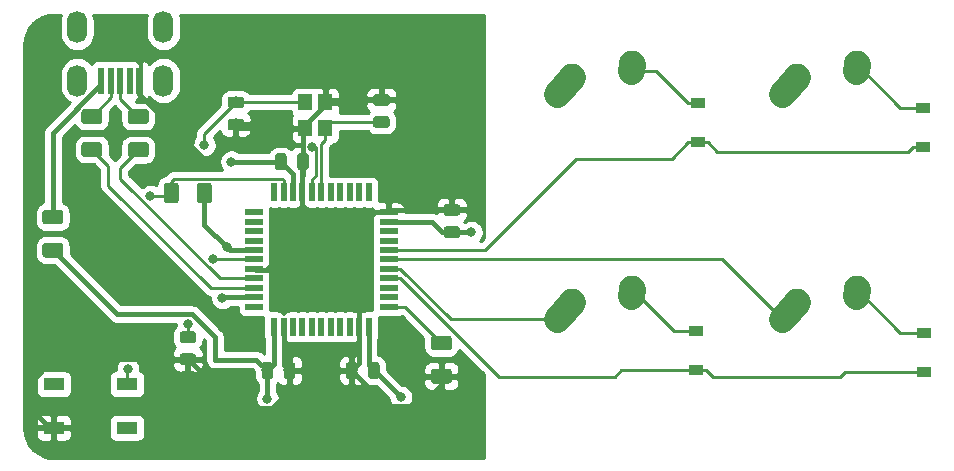
<source format=gbl>
G04 #@! TF.GenerationSoftware,KiCad,Pcbnew,(5.1.4)-1*
G04 #@! TF.CreationDate,2021-03-02T11:58:10-08:00*
G04 #@! TF.ProjectId,NMB-75,4e4d422d-3735-42e6-9b69-6361645f7063,rev?*
G04 #@! TF.SameCoordinates,Original*
G04 #@! TF.FileFunction,Copper,L2,Bot*
G04 #@! TF.FilePolarity,Positive*
%FSLAX46Y46*%
G04 Gerber Fmt 4.6, Leading zero omitted, Abs format (unit mm)*
G04 Created by KiCad (PCBNEW (5.1.4)-1) date 2021-03-02 11:58:10*
%MOMM*%
%LPD*%
G04 APERTURE LIST*
%ADD10R,1.200000X1.400000*%
%ADD11O,1.700000X2.700000*%
%ADD12R,0.500000X2.250000*%
%ADD13R,0.550000X1.500000*%
%ADD14R,1.500000X0.550000*%
%ADD15R,1.800000X1.100000*%
%ADD16C,0.100000*%
%ADD17C,1.250000*%
%ADD18C,2.250000*%
%ADD19C,2.250000*%
%ADD20R,1.200000X0.900000*%
%ADD21C,0.975000*%
%ADD22C,0.800000*%
%ADD23C,0.381000*%
%ADD24C,0.254000*%
G04 APERTURE END LIST*
D10*
X114261000Y-92063750D03*
X114261000Y-89863750D03*
X112561000Y-89863750D03*
X112561000Y-92063750D03*
D11*
X93251000Y-83511000D03*
X100551000Y-83511000D03*
X100551000Y-88011000D03*
X93251000Y-88011000D03*
D12*
X95301000Y-88011000D03*
X96101000Y-88011000D03*
X96901000Y-88011000D03*
X97701000Y-88011000D03*
X98501000Y-88011000D03*
D13*
X109919000Y-108855750D03*
X110719000Y-108855750D03*
X111519000Y-108855750D03*
X112319000Y-108855750D03*
X113119000Y-108855750D03*
X113919000Y-108855750D03*
X114719000Y-108855750D03*
X115519000Y-108855750D03*
X116319000Y-108855750D03*
X117119000Y-108855750D03*
X117919000Y-108855750D03*
D14*
X119619000Y-107155750D03*
X119619000Y-106355750D03*
X119619000Y-105555750D03*
X119619000Y-104755750D03*
X119619000Y-103955750D03*
X119619000Y-103155750D03*
X119619000Y-102355750D03*
X119619000Y-101555750D03*
X119619000Y-100755750D03*
X119619000Y-99955750D03*
X119619000Y-99155750D03*
D13*
X117919000Y-97455750D03*
X117119000Y-97455750D03*
X116319000Y-97455750D03*
X115519000Y-97455750D03*
X114719000Y-97455750D03*
X113919000Y-97455750D03*
X113119000Y-97455750D03*
X112319000Y-97455750D03*
X111519000Y-97455750D03*
X110719000Y-97455750D03*
X109919000Y-97455750D03*
D14*
X108219000Y-99155750D03*
X108219000Y-99955750D03*
X108219000Y-100755750D03*
X108219000Y-101555750D03*
X108219000Y-102355750D03*
X108219000Y-103155750D03*
X108219000Y-103955750D03*
X108219000Y-104755750D03*
X108219000Y-105555750D03*
X108219000Y-106355750D03*
X108219000Y-107155750D03*
D15*
X97461000Y-117420000D03*
X91261000Y-113720000D03*
X97461000Y-113720000D03*
X91261000Y-117420000D03*
D16*
G36*
X124728504Y-109612204D02*
G01*
X124752773Y-109615804D01*
X124776571Y-109621765D01*
X124799671Y-109630030D01*
X124821849Y-109640520D01*
X124842893Y-109653133D01*
X124862598Y-109667747D01*
X124880777Y-109684223D01*
X124897253Y-109702402D01*
X124911867Y-109722107D01*
X124924480Y-109743151D01*
X124934970Y-109765329D01*
X124943235Y-109788429D01*
X124949196Y-109812227D01*
X124952796Y-109836496D01*
X124954000Y-109861000D01*
X124954000Y-110611000D01*
X124952796Y-110635504D01*
X124949196Y-110659773D01*
X124943235Y-110683571D01*
X124934970Y-110706671D01*
X124924480Y-110728849D01*
X124911867Y-110749893D01*
X124897253Y-110769598D01*
X124880777Y-110787777D01*
X124862598Y-110804253D01*
X124842893Y-110818867D01*
X124821849Y-110831480D01*
X124799671Y-110841970D01*
X124776571Y-110850235D01*
X124752773Y-110856196D01*
X124728504Y-110859796D01*
X124704000Y-110861000D01*
X123454000Y-110861000D01*
X123429496Y-110859796D01*
X123405227Y-110856196D01*
X123381429Y-110850235D01*
X123358329Y-110841970D01*
X123336151Y-110831480D01*
X123315107Y-110818867D01*
X123295402Y-110804253D01*
X123277223Y-110787777D01*
X123260747Y-110769598D01*
X123246133Y-110749893D01*
X123233520Y-110728849D01*
X123223030Y-110706671D01*
X123214765Y-110683571D01*
X123208804Y-110659773D01*
X123205204Y-110635504D01*
X123204000Y-110611000D01*
X123204000Y-109861000D01*
X123205204Y-109836496D01*
X123208804Y-109812227D01*
X123214765Y-109788429D01*
X123223030Y-109765329D01*
X123233520Y-109743151D01*
X123246133Y-109722107D01*
X123260747Y-109702402D01*
X123277223Y-109684223D01*
X123295402Y-109667747D01*
X123315107Y-109653133D01*
X123336151Y-109640520D01*
X123358329Y-109630030D01*
X123381429Y-109621765D01*
X123405227Y-109615804D01*
X123429496Y-109612204D01*
X123454000Y-109611000D01*
X124704000Y-109611000D01*
X124728504Y-109612204D01*
X124728504Y-109612204D01*
G37*
D17*
X124079000Y-110236000D03*
D16*
G36*
X124728504Y-112412204D02*
G01*
X124752773Y-112415804D01*
X124776571Y-112421765D01*
X124799671Y-112430030D01*
X124821849Y-112440520D01*
X124842893Y-112453133D01*
X124862598Y-112467747D01*
X124880777Y-112484223D01*
X124897253Y-112502402D01*
X124911867Y-112522107D01*
X124924480Y-112543151D01*
X124934970Y-112565329D01*
X124943235Y-112588429D01*
X124949196Y-112612227D01*
X124952796Y-112636496D01*
X124954000Y-112661000D01*
X124954000Y-113411000D01*
X124952796Y-113435504D01*
X124949196Y-113459773D01*
X124943235Y-113483571D01*
X124934970Y-113506671D01*
X124924480Y-113528849D01*
X124911867Y-113549893D01*
X124897253Y-113569598D01*
X124880777Y-113587777D01*
X124862598Y-113604253D01*
X124842893Y-113618867D01*
X124821849Y-113631480D01*
X124799671Y-113641970D01*
X124776571Y-113650235D01*
X124752773Y-113656196D01*
X124728504Y-113659796D01*
X124704000Y-113661000D01*
X123454000Y-113661000D01*
X123429496Y-113659796D01*
X123405227Y-113656196D01*
X123381429Y-113650235D01*
X123358329Y-113641970D01*
X123336151Y-113631480D01*
X123315107Y-113618867D01*
X123295402Y-113604253D01*
X123277223Y-113587777D01*
X123260747Y-113569598D01*
X123246133Y-113549893D01*
X123233520Y-113528849D01*
X123223030Y-113506671D01*
X123214765Y-113483571D01*
X123208804Y-113459773D01*
X123205204Y-113435504D01*
X123204000Y-113411000D01*
X123204000Y-112661000D01*
X123205204Y-112636496D01*
X123208804Y-112612227D01*
X123214765Y-112588429D01*
X123223030Y-112565329D01*
X123233520Y-112543151D01*
X123246133Y-112522107D01*
X123260747Y-112502402D01*
X123277223Y-112484223D01*
X123295402Y-112467747D01*
X123315107Y-112453133D01*
X123336151Y-112440520D01*
X123358329Y-112430030D01*
X123381429Y-112421765D01*
X123405227Y-112415804D01*
X123429496Y-112412204D01*
X123454000Y-112411000D01*
X124704000Y-112411000D01*
X124728504Y-112412204D01*
X124728504Y-112412204D01*
G37*
D17*
X124079000Y-113036000D03*
D16*
G36*
X95137504Y-90429204D02*
G01*
X95161773Y-90432804D01*
X95185571Y-90438765D01*
X95208671Y-90447030D01*
X95230849Y-90457520D01*
X95251893Y-90470133D01*
X95271598Y-90484747D01*
X95289777Y-90501223D01*
X95306253Y-90519402D01*
X95320867Y-90539107D01*
X95333480Y-90560151D01*
X95343970Y-90582329D01*
X95352235Y-90605429D01*
X95358196Y-90629227D01*
X95361796Y-90653496D01*
X95363000Y-90678000D01*
X95363000Y-91428000D01*
X95361796Y-91452504D01*
X95358196Y-91476773D01*
X95352235Y-91500571D01*
X95343970Y-91523671D01*
X95333480Y-91545849D01*
X95320867Y-91566893D01*
X95306253Y-91586598D01*
X95289777Y-91604777D01*
X95271598Y-91621253D01*
X95251893Y-91635867D01*
X95230849Y-91648480D01*
X95208671Y-91658970D01*
X95185571Y-91667235D01*
X95161773Y-91673196D01*
X95137504Y-91676796D01*
X95113000Y-91678000D01*
X93863000Y-91678000D01*
X93838496Y-91676796D01*
X93814227Y-91673196D01*
X93790429Y-91667235D01*
X93767329Y-91658970D01*
X93745151Y-91648480D01*
X93724107Y-91635867D01*
X93704402Y-91621253D01*
X93686223Y-91604777D01*
X93669747Y-91586598D01*
X93655133Y-91566893D01*
X93642520Y-91545849D01*
X93632030Y-91523671D01*
X93623765Y-91500571D01*
X93617804Y-91476773D01*
X93614204Y-91452504D01*
X93613000Y-91428000D01*
X93613000Y-90678000D01*
X93614204Y-90653496D01*
X93617804Y-90629227D01*
X93623765Y-90605429D01*
X93632030Y-90582329D01*
X93642520Y-90560151D01*
X93655133Y-90539107D01*
X93669747Y-90519402D01*
X93686223Y-90501223D01*
X93704402Y-90484747D01*
X93724107Y-90470133D01*
X93745151Y-90457520D01*
X93767329Y-90447030D01*
X93790429Y-90438765D01*
X93814227Y-90432804D01*
X93838496Y-90429204D01*
X93863000Y-90428000D01*
X95113000Y-90428000D01*
X95137504Y-90429204D01*
X95137504Y-90429204D01*
G37*
D17*
X94488000Y-91053000D03*
D16*
G36*
X95137504Y-93229204D02*
G01*
X95161773Y-93232804D01*
X95185571Y-93238765D01*
X95208671Y-93247030D01*
X95230849Y-93257520D01*
X95251893Y-93270133D01*
X95271598Y-93284747D01*
X95289777Y-93301223D01*
X95306253Y-93319402D01*
X95320867Y-93339107D01*
X95333480Y-93360151D01*
X95343970Y-93382329D01*
X95352235Y-93405429D01*
X95358196Y-93429227D01*
X95361796Y-93453496D01*
X95363000Y-93478000D01*
X95363000Y-94228000D01*
X95361796Y-94252504D01*
X95358196Y-94276773D01*
X95352235Y-94300571D01*
X95343970Y-94323671D01*
X95333480Y-94345849D01*
X95320867Y-94366893D01*
X95306253Y-94386598D01*
X95289777Y-94404777D01*
X95271598Y-94421253D01*
X95251893Y-94435867D01*
X95230849Y-94448480D01*
X95208671Y-94458970D01*
X95185571Y-94467235D01*
X95161773Y-94473196D01*
X95137504Y-94476796D01*
X95113000Y-94478000D01*
X93863000Y-94478000D01*
X93838496Y-94476796D01*
X93814227Y-94473196D01*
X93790429Y-94467235D01*
X93767329Y-94458970D01*
X93745151Y-94448480D01*
X93724107Y-94435867D01*
X93704402Y-94421253D01*
X93686223Y-94404777D01*
X93669747Y-94386598D01*
X93655133Y-94366893D01*
X93642520Y-94345849D01*
X93632030Y-94323671D01*
X93623765Y-94300571D01*
X93617804Y-94276773D01*
X93614204Y-94252504D01*
X93613000Y-94228000D01*
X93613000Y-93478000D01*
X93614204Y-93453496D01*
X93617804Y-93429227D01*
X93623765Y-93405429D01*
X93632030Y-93382329D01*
X93642520Y-93360151D01*
X93655133Y-93339107D01*
X93669747Y-93319402D01*
X93686223Y-93301223D01*
X93704402Y-93284747D01*
X93724107Y-93270133D01*
X93745151Y-93257520D01*
X93767329Y-93247030D01*
X93790429Y-93238765D01*
X93814227Y-93232804D01*
X93838496Y-93229204D01*
X93863000Y-93228000D01*
X95113000Y-93228000D01*
X95137504Y-93229204D01*
X95137504Y-93229204D01*
G37*
D17*
X94488000Y-93853000D03*
D16*
G36*
X99074504Y-90435204D02*
G01*
X99098773Y-90438804D01*
X99122571Y-90444765D01*
X99145671Y-90453030D01*
X99167849Y-90463520D01*
X99188893Y-90476133D01*
X99208598Y-90490747D01*
X99226777Y-90507223D01*
X99243253Y-90525402D01*
X99257867Y-90545107D01*
X99270480Y-90566151D01*
X99280970Y-90588329D01*
X99289235Y-90611429D01*
X99295196Y-90635227D01*
X99298796Y-90659496D01*
X99300000Y-90684000D01*
X99300000Y-91434000D01*
X99298796Y-91458504D01*
X99295196Y-91482773D01*
X99289235Y-91506571D01*
X99280970Y-91529671D01*
X99270480Y-91551849D01*
X99257867Y-91572893D01*
X99243253Y-91592598D01*
X99226777Y-91610777D01*
X99208598Y-91627253D01*
X99188893Y-91641867D01*
X99167849Y-91654480D01*
X99145671Y-91664970D01*
X99122571Y-91673235D01*
X99098773Y-91679196D01*
X99074504Y-91682796D01*
X99050000Y-91684000D01*
X97800000Y-91684000D01*
X97775496Y-91682796D01*
X97751227Y-91679196D01*
X97727429Y-91673235D01*
X97704329Y-91664970D01*
X97682151Y-91654480D01*
X97661107Y-91641867D01*
X97641402Y-91627253D01*
X97623223Y-91610777D01*
X97606747Y-91592598D01*
X97592133Y-91572893D01*
X97579520Y-91551849D01*
X97569030Y-91529671D01*
X97560765Y-91506571D01*
X97554804Y-91482773D01*
X97551204Y-91458504D01*
X97550000Y-91434000D01*
X97550000Y-90684000D01*
X97551204Y-90659496D01*
X97554804Y-90635227D01*
X97560765Y-90611429D01*
X97569030Y-90588329D01*
X97579520Y-90566151D01*
X97592133Y-90545107D01*
X97606747Y-90525402D01*
X97623223Y-90507223D01*
X97641402Y-90490747D01*
X97661107Y-90476133D01*
X97682151Y-90463520D01*
X97704329Y-90453030D01*
X97727429Y-90444765D01*
X97751227Y-90438804D01*
X97775496Y-90435204D01*
X97800000Y-90434000D01*
X99050000Y-90434000D01*
X99074504Y-90435204D01*
X99074504Y-90435204D01*
G37*
D17*
X98425000Y-91059000D03*
D16*
G36*
X99074504Y-93235204D02*
G01*
X99098773Y-93238804D01*
X99122571Y-93244765D01*
X99145671Y-93253030D01*
X99167849Y-93263520D01*
X99188893Y-93276133D01*
X99208598Y-93290747D01*
X99226777Y-93307223D01*
X99243253Y-93325402D01*
X99257867Y-93345107D01*
X99270480Y-93366151D01*
X99280970Y-93388329D01*
X99289235Y-93411429D01*
X99295196Y-93435227D01*
X99298796Y-93459496D01*
X99300000Y-93484000D01*
X99300000Y-94234000D01*
X99298796Y-94258504D01*
X99295196Y-94282773D01*
X99289235Y-94306571D01*
X99280970Y-94329671D01*
X99270480Y-94351849D01*
X99257867Y-94372893D01*
X99243253Y-94392598D01*
X99226777Y-94410777D01*
X99208598Y-94427253D01*
X99188893Y-94441867D01*
X99167849Y-94454480D01*
X99145671Y-94464970D01*
X99122571Y-94473235D01*
X99098773Y-94479196D01*
X99074504Y-94482796D01*
X99050000Y-94484000D01*
X97800000Y-94484000D01*
X97775496Y-94482796D01*
X97751227Y-94479196D01*
X97727429Y-94473235D01*
X97704329Y-94464970D01*
X97682151Y-94454480D01*
X97661107Y-94441867D01*
X97641402Y-94427253D01*
X97623223Y-94410777D01*
X97606747Y-94392598D01*
X97592133Y-94372893D01*
X97579520Y-94351849D01*
X97569030Y-94329671D01*
X97560765Y-94306571D01*
X97554804Y-94282773D01*
X97551204Y-94258504D01*
X97550000Y-94234000D01*
X97550000Y-93484000D01*
X97551204Y-93459496D01*
X97554804Y-93435227D01*
X97560765Y-93411429D01*
X97569030Y-93388329D01*
X97579520Y-93366151D01*
X97592133Y-93345107D01*
X97606747Y-93325402D01*
X97623223Y-93307223D01*
X97641402Y-93290747D01*
X97661107Y-93276133D01*
X97682151Y-93263520D01*
X97704329Y-93253030D01*
X97727429Y-93244765D01*
X97751227Y-93238804D01*
X97775496Y-93235204D01*
X97800000Y-93234000D01*
X99050000Y-93234000D01*
X99074504Y-93235204D01*
X99074504Y-93235204D01*
G37*
D17*
X98425000Y-93859000D03*
D16*
G36*
X101612504Y-96662204D02*
G01*
X101636773Y-96665804D01*
X101660571Y-96671765D01*
X101683671Y-96680030D01*
X101705849Y-96690520D01*
X101726893Y-96703133D01*
X101746598Y-96717747D01*
X101764777Y-96734223D01*
X101781253Y-96752402D01*
X101795867Y-96772107D01*
X101808480Y-96793151D01*
X101818970Y-96815329D01*
X101827235Y-96838429D01*
X101833196Y-96862227D01*
X101836796Y-96886496D01*
X101838000Y-96911000D01*
X101838000Y-98161000D01*
X101836796Y-98185504D01*
X101833196Y-98209773D01*
X101827235Y-98233571D01*
X101818970Y-98256671D01*
X101808480Y-98278849D01*
X101795867Y-98299893D01*
X101781253Y-98319598D01*
X101764777Y-98337777D01*
X101746598Y-98354253D01*
X101726893Y-98368867D01*
X101705849Y-98381480D01*
X101683671Y-98391970D01*
X101660571Y-98400235D01*
X101636773Y-98406196D01*
X101612504Y-98409796D01*
X101588000Y-98411000D01*
X100838000Y-98411000D01*
X100813496Y-98409796D01*
X100789227Y-98406196D01*
X100765429Y-98400235D01*
X100742329Y-98391970D01*
X100720151Y-98381480D01*
X100699107Y-98368867D01*
X100679402Y-98354253D01*
X100661223Y-98337777D01*
X100644747Y-98319598D01*
X100630133Y-98299893D01*
X100617520Y-98278849D01*
X100607030Y-98256671D01*
X100598765Y-98233571D01*
X100592804Y-98209773D01*
X100589204Y-98185504D01*
X100588000Y-98161000D01*
X100588000Y-96911000D01*
X100589204Y-96886496D01*
X100592804Y-96862227D01*
X100598765Y-96838429D01*
X100607030Y-96815329D01*
X100617520Y-96793151D01*
X100630133Y-96772107D01*
X100644747Y-96752402D01*
X100661223Y-96734223D01*
X100679402Y-96717747D01*
X100699107Y-96703133D01*
X100720151Y-96690520D01*
X100742329Y-96680030D01*
X100765429Y-96671765D01*
X100789227Y-96665804D01*
X100813496Y-96662204D01*
X100838000Y-96661000D01*
X101588000Y-96661000D01*
X101612504Y-96662204D01*
X101612504Y-96662204D01*
G37*
D17*
X101213000Y-97536000D03*
D16*
G36*
X104412504Y-96662204D02*
G01*
X104436773Y-96665804D01*
X104460571Y-96671765D01*
X104483671Y-96680030D01*
X104505849Y-96690520D01*
X104526893Y-96703133D01*
X104546598Y-96717747D01*
X104564777Y-96734223D01*
X104581253Y-96752402D01*
X104595867Y-96772107D01*
X104608480Y-96793151D01*
X104618970Y-96815329D01*
X104627235Y-96838429D01*
X104633196Y-96862227D01*
X104636796Y-96886496D01*
X104638000Y-96911000D01*
X104638000Y-98161000D01*
X104636796Y-98185504D01*
X104633196Y-98209773D01*
X104627235Y-98233571D01*
X104618970Y-98256671D01*
X104608480Y-98278849D01*
X104595867Y-98299893D01*
X104581253Y-98319598D01*
X104564777Y-98337777D01*
X104546598Y-98354253D01*
X104526893Y-98368867D01*
X104505849Y-98381480D01*
X104483671Y-98391970D01*
X104460571Y-98400235D01*
X104436773Y-98406196D01*
X104412504Y-98409796D01*
X104388000Y-98411000D01*
X103638000Y-98411000D01*
X103613496Y-98409796D01*
X103589227Y-98406196D01*
X103565429Y-98400235D01*
X103542329Y-98391970D01*
X103520151Y-98381480D01*
X103499107Y-98368867D01*
X103479402Y-98354253D01*
X103461223Y-98337777D01*
X103444747Y-98319598D01*
X103430133Y-98299893D01*
X103417520Y-98278849D01*
X103407030Y-98256671D01*
X103398765Y-98233571D01*
X103392804Y-98209773D01*
X103389204Y-98185504D01*
X103388000Y-98161000D01*
X103388000Y-96911000D01*
X103389204Y-96886496D01*
X103392804Y-96862227D01*
X103398765Y-96838429D01*
X103407030Y-96815329D01*
X103417520Y-96793151D01*
X103430133Y-96772107D01*
X103444747Y-96752402D01*
X103461223Y-96734223D01*
X103479402Y-96717747D01*
X103499107Y-96703133D01*
X103520151Y-96690520D01*
X103542329Y-96680030D01*
X103565429Y-96671765D01*
X103589227Y-96665804D01*
X103613496Y-96662204D01*
X103638000Y-96661000D01*
X104388000Y-96661000D01*
X104412504Y-96662204D01*
X104412504Y-96662204D01*
G37*
D17*
X104013000Y-97536000D03*
D18*
X154218000Y-106775750D03*
X153563001Y-107505750D03*
D19*
X152908000Y-108235750D02*
X154218002Y-106775750D01*
D18*
X159258000Y-105695750D03*
X159238000Y-105985750D03*
D19*
X159218000Y-106275750D02*
X159258000Y-105695750D01*
D18*
X135168000Y-106775750D03*
X134513001Y-107505750D03*
D19*
X133858000Y-108235750D02*
X135168002Y-106775750D01*
D18*
X140208000Y-105695750D03*
X140188000Y-105985750D03*
D19*
X140168000Y-106275750D02*
X140208000Y-105695750D01*
D18*
X154218000Y-87725750D03*
X153563001Y-88455750D03*
D19*
X152908000Y-89185750D02*
X154218002Y-87725750D01*
D18*
X159258000Y-86645750D03*
X159238000Y-86935750D03*
D19*
X159218000Y-87225750D02*
X159258000Y-86645750D01*
D18*
X135168000Y-87725750D03*
X134513001Y-88455750D03*
D19*
X133858000Y-89185750D02*
X135168002Y-87725750D01*
D18*
X140208000Y-86645750D03*
X140188000Y-86935750D03*
D19*
X140168000Y-87225750D02*
X140208000Y-86645750D01*
D16*
G36*
X91835504Y-98944204D02*
G01*
X91859773Y-98947804D01*
X91883571Y-98953765D01*
X91906671Y-98962030D01*
X91928849Y-98972520D01*
X91949893Y-98985133D01*
X91969598Y-98999747D01*
X91987777Y-99016223D01*
X92004253Y-99034402D01*
X92018867Y-99054107D01*
X92031480Y-99075151D01*
X92041970Y-99097329D01*
X92050235Y-99120429D01*
X92056196Y-99144227D01*
X92059796Y-99168496D01*
X92061000Y-99193000D01*
X92061000Y-99943000D01*
X92059796Y-99967504D01*
X92056196Y-99991773D01*
X92050235Y-100015571D01*
X92041970Y-100038671D01*
X92031480Y-100060849D01*
X92018867Y-100081893D01*
X92004253Y-100101598D01*
X91987777Y-100119777D01*
X91969598Y-100136253D01*
X91949893Y-100150867D01*
X91928849Y-100163480D01*
X91906671Y-100173970D01*
X91883571Y-100182235D01*
X91859773Y-100188196D01*
X91835504Y-100191796D01*
X91811000Y-100193000D01*
X90561000Y-100193000D01*
X90536496Y-100191796D01*
X90512227Y-100188196D01*
X90488429Y-100182235D01*
X90465329Y-100173970D01*
X90443151Y-100163480D01*
X90422107Y-100150867D01*
X90402402Y-100136253D01*
X90384223Y-100119777D01*
X90367747Y-100101598D01*
X90353133Y-100081893D01*
X90340520Y-100060849D01*
X90330030Y-100038671D01*
X90321765Y-100015571D01*
X90315804Y-99991773D01*
X90312204Y-99967504D01*
X90311000Y-99943000D01*
X90311000Y-99193000D01*
X90312204Y-99168496D01*
X90315804Y-99144227D01*
X90321765Y-99120429D01*
X90330030Y-99097329D01*
X90340520Y-99075151D01*
X90353133Y-99054107D01*
X90367747Y-99034402D01*
X90384223Y-99016223D01*
X90402402Y-98999747D01*
X90422107Y-98985133D01*
X90443151Y-98972520D01*
X90465329Y-98962030D01*
X90488429Y-98953765D01*
X90512227Y-98947804D01*
X90536496Y-98944204D01*
X90561000Y-98943000D01*
X91811000Y-98943000D01*
X91835504Y-98944204D01*
X91835504Y-98944204D01*
G37*
D17*
X91186000Y-99568000D03*
D16*
G36*
X91835504Y-101744204D02*
G01*
X91859773Y-101747804D01*
X91883571Y-101753765D01*
X91906671Y-101762030D01*
X91928849Y-101772520D01*
X91949893Y-101785133D01*
X91969598Y-101799747D01*
X91987777Y-101816223D01*
X92004253Y-101834402D01*
X92018867Y-101854107D01*
X92031480Y-101875151D01*
X92041970Y-101897329D01*
X92050235Y-101920429D01*
X92056196Y-101944227D01*
X92059796Y-101968496D01*
X92061000Y-101993000D01*
X92061000Y-102743000D01*
X92059796Y-102767504D01*
X92056196Y-102791773D01*
X92050235Y-102815571D01*
X92041970Y-102838671D01*
X92031480Y-102860849D01*
X92018867Y-102881893D01*
X92004253Y-102901598D01*
X91987777Y-102919777D01*
X91969598Y-102936253D01*
X91949893Y-102950867D01*
X91928849Y-102963480D01*
X91906671Y-102973970D01*
X91883571Y-102982235D01*
X91859773Y-102988196D01*
X91835504Y-102991796D01*
X91811000Y-102993000D01*
X90561000Y-102993000D01*
X90536496Y-102991796D01*
X90512227Y-102988196D01*
X90488429Y-102982235D01*
X90465329Y-102973970D01*
X90443151Y-102963480D01*
X90422107Y-102950867D01*
X90402402Y-102936253D01*
X90384223Y-102919777D01*
X90367747Y-102901598D01*
X90353133Y-102881893D01*
X90340520Y-102860849D01*
X90330030Y-102838671D01*
X90321765Y-102815571D01*
X90315804Y-102791773D01*
X90312204Y-102767504D01*
X90311000Y-102743000D01*
X90311000Y-101993000D01*
X90312204Y-101968496D01*
X90315804Y-101944227D01*
X90321765Y-101920429D01*
X90330030Y-101897329D01*
X90340520Y-101875151D01*
X90353133Y-101854107D01*
X90367747Y-101834402D01*
X90384223Y-101816223D01*
X90402402Y-101799747D01*
X90422107Y-101785133D01*
X90443151Y-101772520D01*
X90465329Y-101762030D01*
X90488429Y-101753765D01*
X90512227Y-101747804D01*
X90536496Y-101744204D01*
X90561000Y-101743000D01*
X91811000Y-101743000D01*
X91835504Y-101744204D01*
X91835504Y-101744204D01*
G37*
D17*
X91186000Y-102368000D03*
D20*
X164973000Y-109378750D03*
X164973000Y-112678750D03*
X145669000Y-109252750D03*
X145669000Y-112552750D03*
X164846000Y-90328750D03*
X164846000Y-93628750D03*
X145796000Y-89949750D03*
X145796000Y-93249750D03*
D16*
G36*
X111489642Y-111854924D02*
G01*
X111513303Y-111858434D01*
X111536507Y-111864246D01*
X111559029Y-111872304D01*
X111580653Y-111882532D01*
X111601170Y-111894829D01*
X111620383Y-111909079D01*
X111638107Y-111925143D01*
X111654171Y-111942867D01*
X111668421Y-111962080D01*
X111680718Y-111982597D01*
X111690946Y-112004221D01*
X111699004Y-112026743D01*
X111704816Y-112049947D01*
X111708326Y-112073608D01*
X111709500Y-112097500D01*
X111709500Y-113010000D01*
X111708326Y-113033892D01*
X111704816Y-113057553D01*
X111699004Y-113080757D01*
X111690946Y-113103279D01*
X111680718Y-113124903D01*
X111668421Y-113145420D01*
X111654171Y-113164633D01*
X111638107Y-113182357D01*
X111620383Y-113198421D01*
X111601170Y-113212671D01*
X111580653Y-113224968D01*
X111559029Y-113235196D01*
X111536507Y-113243254D01*
X111513303Y-113249066D01*
X111489642Y-113252576D01*
X111465750Y-113253750D01*
X110978250Y-113253750D01*
X110954358Y-113252576D01*
X110930697Y-113249066D01*
X110907493Y-113243254D01*
X110884971Y-113235196D01*
X110863347Y-113224968D01*
X110842830Y-113212671D01*
X110823617Y-113198421D01*
X110805893Y-113182357D01*
X110789829Y-113164633D01*
X110775579Y-113145420D01*
X110763282Y-113124903D01*
X110753054Y-113103279D01*
X110744996Y-113080757D01*
X110739184Y-113057553D01*
X110735674Y-113033892D01*
X110734500Y-113010000D01*
X110734500Y-112097500D01*
X110735674Y-112073608D01*
X110739184Y-112049947D01*
X110744996Y-112026743D01*
X110753054Y-112004221D01*
X110763282Y-111982597D01*
X110775579Y-111962080D01*
X110789829Y-111942867D01*
X110805893Y-111925143D01*
X110823617Y-111909079D01*
X110842830Y-111894829D01*
X110863347Y-111882532D01*
X110884971Y-111872304D01*
X110907493Y-111864246D01*
X110930697Y-111858434D01*
X110954358Y-111854924D01*
X110978250Y-111853750D01*
X111465750Y-111853750D01*
X111489642Y-111854924D01*
X111489642Y-111854924D01*
G37*
D21*
X111222000Y-112553750D03*
D16*
G36*
X109614642Y-111854924D02*
G01*
X109638303Y-111858434D01*
X109661507Y-111864246D01*
X109684029Y-111872304D01*
X109705653Y-111882532D01*
X109726170Y-111894829D01*
X109745383Y-111909079D01*
X109763107Y-111925143D01*
X109779171Y-111942867D01*
X109793421Y-111962080D01*
X109805718Y-111982597D01*
X109815946Y-112004221D01*
X109824004Y-112026743D01*
X109829816Y-112049947D01*
X109833326Y-112073608D01*
X109834500Y-112097500D01*
X109834500Y-113010000D01*
X109833326Y-113033892D01*
X109829816Y-113057553D01*
X109824004Y-113080757D01*
X109815946Y-113103279D01*
X109805718Y-113124903D01*
X109793421Y-113145420D01*
X109779171Y-113164633D01*
X109763107Y-113182357D01*
X109745383Y-113198421D01*
X109726170Y-113212671D01*
X109705653Y-113224968D01*
X109684029Y-113235196D01*
X109661507Y-113243254D01*
X109638303Y-113249066D01*
X109614642Y-113252576D01*
X109590750Y-113253750D01*
X109103250Y-113253750D01*
X109079358Y-113252576D01*
X109055697Y-113249066D01*
X109032493Y-113243254D01*
X109009971Y-113235196D01*
X108988347Y-113224968D01*
X108967830Y-113212671D01*
X108948617Y-113198421D01*
X108930893Y-113182357D01*
X108914829Y-113164633D01*
X108900579Y-113145420D01*
X108888282Y-113124903D01*
X108878054Y-113103279D01*
X108869996Y-113080757D01*
X108864184Y-113057553D01*
X108860674Y-113033892D01*
X108859500Y-113010000D01*
X108859500Y-112097500D01*
X108860674Y-112073608D01*
X108864184Y-112049947D01*
X108869996Y-112026743D01*
X108878054Y-112004221D01*
X108888282Y-111982597D01*
X108900579Y-111962080D01*
X108914829Y-111942867D01*
X108930893Y-111925143D01*
X108948617Y-111909079D01*
X108967830Y-111894829D01*
X108988347Y-111882532D01*
X109009971Y-111872304D01*
X109032493Y-111864246D01*
X109055697Y-111858434D01*
X109079358Y-111854924D01*
X109103250Y-111853750D01*
X109590750Y-111853750D01*
X109614642Y-111854924D01*
X109614642Y-111854924D01*
G37*
D21*
X109347000Y-112553750D03*
D16*
G36*
X125448142Y-98478424D02*
G01*
X125471803Y-98481934D01*
X125495007Y-98487746D01*
X125517529Y-98495804D01*
X125539153Y-98506032D01*
X125559670Y-98518329D01*
X125578883Y-98532579D01*
X125596607Y-98548643D01*
X125612671Y-98566367D01*
X125626921Y-98585580D01*
X125639218Y-98606097D01*
X125649446Y-98627721D01*
X125657504Y-98650243D01*
X125663316Y-98673447D01*
X125666826Y-98697108D01*
X125668000Y-98721000D01*
X125668000Y-99208500D01*
X125666826Y-99232392D01*
X125663316Y-99256053D01*
X125657504Y-99279257D01*
X125649446Y-99301779D01*
X125639218Y-99323403D01*
X125626921Y-99343920D01*
X125612671Y-99363133D01*
X125596607Y-99380857D01*
X125578883Y-99396921D01*
X125559670Y-99411171D01*
X125539153Y-99423468D01*
X125517529Y-99433696D01*
X125495007Y-99441754D01*
X125471803Y-99447566D01*
X125448142Y-99451076D01*
X125424250Y-99452250D01*
X124511750Y-99452250D01*
X124487858Y-99451076D01*
X124464197Y-99447566D01*
X124440993Y-99441754D01*
X124418471Y-99433696D01*
X124396847Y-99423468D01*
X124376330Y-99411171D01*
X124357117Y-99396921D01*
X124339393Y-99380857D01*
X124323329Y-99363133D01*
X124309079Y-99343920D01*
X124296782Y-99323403D01*
X124286554Y-99301779D01*
X124278496Y-99279257D01*
X124272684Y-99256053D01*
X124269174Y-99232392D01*
X124268000Y-99208500D01*
X124268000Y-98721000D01*
X124269174Y-98697108D01*
X124272684Y-98673447D01*
X124278496Y-98650243D01*
X124286554Y-98627721D01*
X124296782Y-98606097D01*
X124309079Y-98585580D01*
X124323329Y-98566367D01*
X124339393Y-98548643D01*
X124357117Y-98532579D01*
X124376330Y-98518329D01*
X124396847Y-98506032D01*
X124418471Y-98495804D01*
X124440993Y-98487746D01*
X124464197Y-98481934D01*
X124487858Y-98478424D01*
X124511750Y-98477250D01*
X125424250Y-98477250D01*
X125448142Y-98478424D01*
X125448142Y-98478424D01*
G37*
D21*
X124968000Y-98964750D03*
D16*
G36*
X125448142Y-100353424D02*
G01*
X125471803Y-100356934D01*
X125495007Y-100362746D01*
X125517529Y-100370804D01*
X125539153Y-100381032D01*
X125559670Y-100393329D01*
X125578883Y-100407579D01*
X125596607Y-100423643D01*
X125612671Y-100441367D01*
X125626921Y-100460580D01*
X125639218Y-100481097D01*
X125649446Y-100502721D01*
X125657504Y-100525243D01*
X125663316Y-100548447D01*
X125666826Y-100572108D01*
X125668000Y-100596000D01*
X125668000Y-101083500D01*
X125666826Y-101107392D01*
X125663316Y-101131053D01*
X125657504Y-101154257D01*
X125649446Y-101176779D01*
X125639218Y-101198403D01*
X125626921Y-101218920D01*
X125612671Y-101238133D01*
X125596607Y-101255857D01*
X125578883Y-101271921D01*
X125559670Y-101286171D01*
X125539153Y-101298468D01*
X125517529Y-101308696D01*
X125495007Y-101316754D01*
X125471803Y-101322566D01*
X125448142Y-101326076D01*
X125424250Y-101327250D01*
X124511750Y-101327250D01*
X124487858Y-101326076D01*
X124464197Y-101322566D01*
X124440993Y-101316754D01*
X124418471Y-101308696D01*
X124396847Y-101298468D01*
X124376330Y-101286171D01*
X124357117Y-101271921D01*
X124339393Y-101255857D01*
X124323329Y-101238133D01*
X124309079Y-101218920D01*
X124296782Y-101198403D01*
X124286554Y-101176779D01*
X124278496Y-101154257D01*
X124272684Y-101131053D01*
X124269174Y-101107392D01*
X124268000Y-101083500D01*
X124268000Y-100596000D01*
X124269174Y-100572108D01*
X124272684Y-100548447D01*
X124278496Y-100525243D01*
X124286554Y-100502721D01*
X124296782Y-100481097D01*
X124309079Y-100460580D01*
X124323329Y-100441367D01*
X124339393Y-100423643D01*
X124357117Y-100407579D01*
X124376330Y-100393329D01*
X124396847Y-100381032D01*
X124418471Y-100370804D01*
X124440993Y-100362746D01*
X124464197Y-100356934D01*
X124487858Y-100353424D01*
X124511750Y-100352250D01*
X125424250Y-100352250D01*
X125448142Y-100353424D01*
X125448142Y-100353424D01*
G37*
D21*
X124968000Y-100839750D03*
D16*
G36*
X116756642Y-111854924D02*
G01*
X116780303Y-111858434D01*
X116803507Y-111864246D01*
X116826029Y-111872304D01*
X116847653Y-111882532D01*
X116868170Y-111894829D01*
X116887383Y-111909079D01*
X116905107Y-111925143D01*
X116921171Y-111942867D01*
X116935421Y-111962080D01*
X116947718Y-111982597D01*
X116957946Y-112004221D01*
X116966004Y-112026743D01*
X116971816Y-112049947D01*
X116975326Y-112073608D01*
X116976500Y-112097500D01*
X116976500Y-113010000D01*
X116975326Y-113033892D01*
X116971816Y-113057553D01*
X116966004Y-113080757D01*
X116957946Y-113103279D01*
X116947718Y-113124903D01*
X116935421Y-113145420D01*
X116921171Y-113164633D01*
X116905107Y-113182357D01*
X116887383Y-113198421D01*
X116868170Y-113212671D01*
X116847653Y-113224968D01*
X116826029Y-113235196D01*
X116803507Y-113243254D01*
X116780303Y-113249066D01*
X116756642Y-113252576D01*
X116732750Y-113253750D01*
X116245250Y-113253750D01*
X116221358Y-113252576D01*
X116197697Y-113249066D01*
X116174493Y-113243254D01*
X116151971Y-113235196D01*
X116130347Y-113224968D01*
X116109830Y-113212671D01*
X116090617Y-113198421D01*
X116072893Y-113182357D01*
X116056829Y-113164633D01*
X116042579Y-113145420D01*
X116030282Y-113124903D01*
X116020054Y-113103279D01*
X116011996Y-113080757D01*
X116006184Y-113057553D01*
X116002674Y-113033892D01*
X116001500Y-113010000D01*
X116001500Y-112097500D01*
X116002674Y-112073608D01*
X116006184Y-112049947D01*
X116011996Y-112026743D01*
X116020054Y-112004221D01*
X116030282Y-111982597D01*
X116042579Y-111962080D01*
X116056829Y-111942867D01*
X116072893Y-111925143D01*
X116090617Y-111909079D01*
X116109830Y-111894829D01*
X116130347Y-111882532D01*
X116151971Y-111872304D01*
X116174493Y-111864246D01*
X116197697Y-111858434D01*
X116221358Y-111854924D01*
X116245250Y-111853750D01*
X116732750Y-111853750D01*
X116756642Y-111854924D01*
X116756642Y-111854924D01*
G37*
D21*
X116489000Y-112553750D03*
D16*
G36*
X118631642Y-111854924D02*
G01*
X118655303Y-111858434D01*
X118678507Y-111864246D01*
X118701029Y-111872304D01*
X118722653Y-111882532D01*
X118743170Y-111894829D01*
X118762383Y-111909079D01*
X118780107Y-111925143D01*
X118796171Y-111942867D01*
X118810421Y-111962080D01*
X118822718Y-111982597D01*
X118832946Y-112004221D01*
X118841004Y-112026743D01*
X118846816Y-112049947D01*
X118850326Y-112073608D01*
X118851500Y-112097500D01*
X118851500Y-113010000D01*
X118850326Y-113033892D01*
X118846816Y-113057553D01*
X118841004Y-113080757D01*
X118832946Y-113103279D01*
X118822718Y-113124903D01*
X118810421Y-113145420D01*
X118796171Y-113164633D01*
X118780107Y-113182357D01*
X118762383Y-113198421D01*
X118743170Y-113212671D01*
X118722653Y-113224968D01*
X118701029Y-113235196D01*
X118678507Y-113243254D01*
X118655303Y-113249066D01*
X118631642Y-113252576D01*
X118607750Y-113253750D01*
X118120250Y-113253750D01*
X118096358Y-113252576D01*
X118072697Y-113249066D01*
X118049493Y-113243254D01*
X118026971Y-113235196D01*
X118005347Y-113224968D01*
X117984830Y-113212671D01*
X117965617Y-113198421D01*
X117947893Y-113182357D01*
X117931829Y-113164633D01*
X117917579Y-113145420D01*
X117905282Y-113124903D01*
X117895054Y-113103279D01*
X117886996Y-113080757D01*
X117881184Y-113057553D01*
X117877674Y-113033892D01*
X117876500Y-113010000D01*
X117876500Y-112097500D01*
X117877674Y-112073608D01*
X117881184Y-112049947D01*
X117886996Y-112026743D01*
X117895054Y-112004221D01*
X117905282Y-111982597D01*
X117917579Y-111962080D01*
X117931829Y-111942867D01*
X117947893Y-111925143D01*
X117965617Y-111909079D01*
X117984830Y-111894829D01*
X118005347Y-111882532D01*
X118026971Y-111872304D01*
X118049493Y-111864246D01*
X118072697Y-111858434D01*
X118096358Y-111854924D01*
X118120250Y-111853750D01*
X118607750Y-111853750D01*
X118631642Y-111854924D01*
X118631642Y-111854924D01*
G37*
D21*
X118364000Y-112553750D03*
D16*
G36*
X112632642Y-94170174D02*
G01*
X112656303Y-94173684D01*
X112679507Y-94179496D01*
X112702029Y-94187554D01*
X112723653Y-94197782D01*
X112744170Y-94210079D01*
X112763383Y-94224329D01*
X112781107Y-94240393D01*
X112797171Y-94258117D01*
X112811421Y-94277330D01*
X112823718Y-94297847D01*
X112833946Y-94319471D01*
X112842004Y-94341993D01*
X112847816Y-94365197D01*
X112851326Y-94388858D01*
X112852500Y-94412750D01*
X112852500Y-95325250D01*
X112851326Y-95349142D01*
X112847816Y-95372803D01*
X112842004Y-95396007D01*
X112833946Y-95418529D01*
X112823718Y-95440153D01*
X112811421Y-95460670D01*
X112797171Y-95479883D01*
X112781107Y-95497607D01*
X112763383Y-95513671D01*
X112744170Y-95527921D01*
X112723653Y-95540218D01*
X112702029Y-95550446D01*
X112679507Y-95558504D01*
X112656303Y-95564316D01*
X112632642Y-95567826D01*
X112608750Y-95569000D01*
X112121250Y-95569000D01*
X112097358Y-95567826D01*
X112073697Y-95564316D01*
X112050493Y-95558504D01*
X112027971Y-95550446D01*
X112006347Y-95540218D01*
X111985830Y-95527921D01*
X111966617Y-95513671D01*
X111948893Y-95497607D01*
X111932829Y-95479883D01*
X111918579Y-95460670D01*
X111906282Y-95440153D01*
X111896054Y-95418529D01*
X111887996Y-95396007D01*
X111882184Y-95372803D01*
X111878674Y-95349142D01*
X111877500Y-95325250D01*
X111877500Y-94412750D01*
X111878674Y-94388858D01*
X111882184Y-94365197D01*
X111887996Y-94341993D01*
X111896054Y-94319471D01*
X111906282Y-94297847D01*
X111918579Y-94277330D01*
X111932829Y-94258117D01*
X111948893Y-94240393D01*
X111966617Y-94224329D01*
X111985830Y-94210079D01*
X112006347Y-94197782D01*
X112027971Y-94187554D01*
X112050493Y-94179496D01*
X112073697Y-94173684D01*
X112097358Y-94170174D01*
X112121250Y-94169000D01*
X112608750Y-94169000D01*
X112632642Y-94170174D01*
X112632642Y-94170174D01*
G37*
D21*
X112365000Y-94869000D03*
D16*
G36*
X110757642Y-94170174D02*
G01*
X110781303Y-94173684D01*
X110804507Y-94179496D01*
X110827029Y-94187554D01*
X110848653Y-94197782D01*
X110869170Y-94210079D01*
X110888383Y-94224329D01*
X110906107Y-94240393D01*
X110922171Y-94258117D01*
X110936421Y-94277330D01*
X110948718Y-94297847D01*
X110958946Y-94319471D01*
X110967004Y-94341993D01*
X110972816Y-94365197D01*
X110976326Y-94388858D01*
X110977500Y-94412750D01*
X110977500Y-95325250D01*
X110976326Y-95349142D01*
X110972816Y-95372803D01*
X110967004Y-95396007D01*
X110958946Y-95418529D01*
X110948718Y-95440153D01*
X110936421Y-95460670D01*
X110922171Y-95479883D01*
X110906107Y-95497607D01*
X110888383Y-95513671D01*
X110869170Y-95527921D01*
X110848653Y-95540218D01*
X110827029Y-95550446D01*
X110804507Y-95558504D01*
X110781303Y-95564316D01*
X110757642Y-95567826D01*
X110733750Y-95569000D01*
X110246250Y-95569000D01*
X110222358Y-95567826D01*
X110198697Y-95564316D01*
X110175493Y-95558504D01*
X110152971Y-95550446D01*
X110131347Y-95540218D01*
X110110830Y-95527921D01*
X110091617Y-95513671D01*
X110073893Y-95497607D01*
X110057829Y-95479883D01*
X110043579Y-95460670D01*
X110031282Y-95440153D01*
X110021054Y-95418529D01*
X110012996Y-95396007D01*
X110007184Y-95372803D01*
X110003674Y-95349142D01*
X110002500Y-95325250D01*
X110002500Y-94412750D01*
X110003674Y-94388858D01*
X110007184Y-94365197D01*
X110012996Y-94341993D01*
X110021054Y-94319471D01*
X110031282Y-94297847D01*
X110043579Y-94277330D01*
X110057829Y-94258117D01*
X110073893Y-94240393D01*
X110091617Y-94224329D01*
X110110830Y-94210079D01*
X110131347Y-94197782D01*
X110152971Y-94187554D01*
X110175493Y-94179496D01*
X110198697Y-94173684D01*
X110222358Y-94170174D01*
X110246250Y-94169000D01*
X110733750Y-94169000D01*
X110757642Y-94170174D01*
X110757642Y-94170174D01*
G37*
D21*
X110490000Y-94869000D03*
D16*
G36*
X103096142Y-111116674D02*
G01*
X103119803Y-111120184D01*
X103143007Y-111125996D01*
X103165529Y-111134054D01*
X103187153Y-111144282D01*
X103207670Y-111156579D01*
X103226883Y-111170829D01*
X103244607Y-111186893D01*
X103260671Y-111204617D01*
X103274921Y-111223830D01*
X103287218Y-111244347D01*
X103297446Y-111265971D01*
X103305504Y-111288493D01*
X103311316Y-111311697D01*
X103314826Y-111335358D01*
X103316000Y-111359250D01*
X103316000Y-111846750D01*
X103314826Y-111870642D01*
X103311316Y-111894303D01*
X103305504Y-111917507D01*
X103297446Y-111940029D01*
X103287218Y-111961653D01*
X103274921Y-111982170D01*
X103260671Y-112001383D01*
X103244607Y-112019107D01*
X103226883Y-112035171D01*
X103207670Y-112049421D01*
X103187153Y-112061718D01*
X103165529Y-112071946D01*
X103143007Y-112080004D01*
X103119803Y-112085816D01*
X103096142Y-112089326D01*
X103072250Y-112090500D01*
X102159750Y-112090500D01*
X102135858Y-112089326D01*
X102112197Y-112085816D01*
X102088993Y-112080004D01*
X102066471Y-112071946D01*
X102044847Y-112061718D01*
X102024330Y-112049421D01*
X102005117Y-112035171D01*
X101987393Y-112019107D01*
X101971329Y-112001383D01*
X101957079Y-111982170D01*
X101944782Y-111961653D01*
X101934554Y-111940029D01*
X101926496Y-111917507D01*
X101920684Y-111894303D01*
X101917174Y-111870642D01*
X101916000Y-111846750D01*
X101916000Y-111359250D01*
X101917174Y-111335358D01*
X101920684Y-111311697D01*
X101926496Y-111288493D01*
X101934554Y-111265971D01*
X101944782Y-111244347D01*
X101957079Y-111223830D01*
X101971329Y-111204617D01*
X101987393Y-111186893D01*
X102005117Y-111170829D01*
X102024330Y-111156579D01*
X102044847Y-111144282D01*
X102066471Y-111134054D01*
X102088993Y-111125996D01*
X102112197Y-111120184D01*
X102135858Y-111116674D01*
X102159750Y-111115500D01*
X103072250Y-111115500D01*
X103096142Y-111116674D01*
X103096142Y-111116674D01*
G37*
D21*
X102616000Y-111603000D03*
D16*
G36*
X103096142Y-109241674D02*
G01*
X103119803Y-109245184D01*
X103143007Y-109250996D01*
X103165529Y-109259054D01*
X103187153Y-109269282D01*
X103207670Y-109281579D01*
X103226883Y-109295829D01*
X103244607Y-109311893D01*
X103260671Y-109329617D01*
X103274921Y-109348830D01*
X103287218Y-109369347D01*
X103297446Y-109390971D01*
X103305504Y-109413493D01*
X103311316Y-109436697D01*
X103314826Y-109460358D01*
X103316000Y-109484250D01*
X103316000Y-109971750D01*
X103314826Y-109995642D01*
X103311316Y-110019303D01*
X103305504Y-110042507D01*
X103297446Y-110065029D01*
X103287218Y-110086653D01*
X103274921Y-110107170D01*
X103260671Y-110126383D01*
X103244607Y-110144107D01*
X103226883Y-110160171D01*
X103207670Y-110174421D01*
X103187153Y-110186718D01*
X103165529Y-110196946D01*
X103143007Y-110205004D01*
X103119803Y-110210816D01*
X103096142Y-110214326D01*
X103072250Y-110215500D01*
X102159750Y-110215500D01*
X102135858Y-110214326D01*
X102112197Y-110210816D01*
X102088993Y-110205004D01*
X102066471Y-110196946D01*
X102044847Y-110186718D01*
X102024330Y-110174421D01*
X102005117Y-110160171D01*
X101987393Y-110144107D01*
X101971329Y-110126383D01*
X101957079Y-110107170D01*
X101944782Y-110086653D01*
X101934554Y-110065029D01*
X101926496Y-110042507D01*
X101920684Y-110019303D01*
X101917174Y-109995642D01*
X101916000Y-109971750D01*
X101916000Y-109484250D01*
X101917174Y-109460358D01*
X101920684Y-109436697D01*
X101926496Y-109413493D01*
X101934554Y-109390971D01*
X101944782Y-109369347D01*
X101957079Y-109348830D01*
X101971329Y-109329617D01*
X101987393Y-109311893D01*
X102005117Y-109295829D01*
X102024330Y-109281579D01*
X102044847Y-109269282D01*
X102066471Y-109259054D01*
X102088993Y-109250996D01*
X102112197Y-109245184D01*
X102135858Y-109241674D01*
X102159750Y-109240500D01*
X103072250Y-109240500D01*
X103096142Y-109241674D01*
X103096142Y-109241674D01*
G37*
D21*
X102616000Y-109728000D03*
D16*
G36*
X107160142Y-91239424D02*
G01*
X107183803Y-91242934D01*
X107207007Y-91248746D01*
X107229529Y-91256804D01*
X107251153Y-91267032D01*
X107271670Y-91279329D01*
X107290883Y-91293579D01*
X107308607Y-91309643D01*
X107324671Y-91327367D01*
X107338921Y-91346580D01*
X107351218Y-91367097D01*
X107361446Y-91388721D01*
X107369504Y-91411243D01*
X107375316Y-91434447D01*
X107378826Y-91458108D01*
X107380000Y-91482000D01*
X107380000Y-91969500D01*
X107378826Y-91993392D01*
X107375316Y-92017053D01*
X107369504Y-92040257D01*
X107361446Y-92062779D01*
X107351218Y-92084403D01*
X107338921Y-92104920D01*
X107324671Y-92124133D01*
X107308607Y-92141857D01*
X107290883Y-92157921D01*
X107271670Y-92172171D01*
X107251153Y-92184468D01*
X107229529Y-92194696D01*
X107207007Y-92202754D01*
X107183803Y-92208566D01*
X107160142Y-92212076D01*
X107136250Y-92213250D01*
X106223750Y-92213250D01*
X106199858Y-92212076D01*
X106176197Y-92208566D01*
X106152993Y-92202754D01*
X106130471Y-92194696D01*
X106108847Y-92184468D01*
X106088330Y-92172171D01*
X106069117Y-92157921D01*
X106051393Y-92141857D01*
X106035329Y-92124133D01*
X106021079Y-92104920D01*
X106008782Y-92084403D01*
X105998554Y-92062779D01*
X105990496Y-92040257D01*
X105984684Y-92017053D01*
X105981174Y-91993392D01*
X105980000Y-91969500D01*
X105980000Y-91482000D01*
X105981174Y-91458108D01*
X105984684Y-91434447D01*
X105990496Y-91411243D01*
X105998554Y-91388721D01*
X106008782Y-91367097D01*
X106021079Y-91346580D01*
X106035329Y-91327367D01*
X106051393Y-91309643D01*
X106069117Y-91293579D01*
X106088330Y-91279329D01*
X106108847Y-91267032D01*
X106130471Y-91256804D01*
X106152993Y-91248746D01*
X106176197Y-91242934D01*
X106199858Y-91239424D01*
X106223750Y-91238250D01*
X107136250Y-91238250D01*
X107160142Y-91239424D01*
X107160142Y-91239424D01*
G37*
D21*
X106680000Y-91725750D03*
D16*
G36*
X107160142Y-89364424D02*
G01*
X107183803Y-89367934D01*
X107207007Y-89373746D01*
X107229529Y-89381804D01*
X107251153Y-89392032D01*
X107271670Y-89404329D01*
X107290883Y-89418579D01*
X107308607Y-89434643D01*
X107324671Y-89452367D01*
X107338921Y-89471580D01*
X107351218Y-89492097D01*
X107361446Y-89513721D01*
X107369504Y-89536243D01*
X107375316Y-89559447D01*
X107378826Y-89583108D01*
X107380000Y-89607000D01*
X107380000Y-90094500D01*
X107378826Y-90118392D01*
X107375316Y-90142053D01*
X107369504Y-90165257D01*
X107361446Y-90187779D01*
X107351218Y-90209403D01*
X107338921Y-90229920D01*
X107324671Y-90249133D01*
X107308607Y-90266857D01*
X107290883Y-90282921D01*
X107271670Y-90297171D01*
X107251153Y-90309468D01*
X107229529Y-90319696D01*
X107207007Y-90327754D01*
X107183803Y-90333566D01*
X107160142Y-90337076D01*
X107136250Y-90338250D01*
X106223750Y-90338250D01*
X106199858Y-90337076D01*
X106176197Y-90333566D01*
X106152993Y-90327754D01*
X106130471Y-90319696D01*
X106108847Y-90309468D01*
X106088330Y-90297171D01*
X106069117Y-90282921D01*
X106051393Y-90266857D01*
X106035329Y-90249133D01*
X106021079Y-90229920D01*
X106008782Y-90209403D01*
X105998554Y-90187779D01*
X105990496Y-90165257D01*
X105984684Y-90142053D01*
X105981174Y-90118392D01*
X105980000Y-90094500D01*
X105980000Y-89607000D01*
X105981174Y-89583108D01*
X105984684Y-89559447D01*
X105990496Y-89536243D01*
X105998554Y-89513721D01*
X106008782Y-89492097D01*
X106021079Y-89471580D01*
X106035329Y-89452367D01*
X106051393Y-89434643D01*
X106069117Y-89418579D01*
X106088330Y-89404329D01*
X106108847Y-89392032D01*
X106130471Y-89381804D01*
X106152993Y-89373746D01*
X106176197Y-89367934D01*
X106199858Y-89364424D01*
X106223750Y-89363250D01*
X107136250Y-89363250D01*
X107160142Y-89364424D01*
X107160142Y-89364424D01*
G37*
D21*
X106680000Y-89850750D03*
D16*
G36*
X119479142Y-89158924D02*
G01*
X119502803Y-89162434D01*
X119526007Y-89168246D01*
X119548529Y-89176304D01*
X119570153Y-89186532D01*
X119590670Y-89198829D01*
X119609883Y-89213079D01*
X119627607Y-89229143D01*
X119643671Y-89246867D01*
X119657921Y-89266080D01*
X119670218Y-89286597D01*
X119680446Y-89308221D01*
X119688504Y-89330743D01*
X119694316Y-89353947D01*
X119697826Y-89377608D01*
X119699000Y-89401500D01*
X119699000Y-89889000D01*
X119697826Y-89912892D01*
X119694316Y-89936553D01*
X119688504Y-89959757D01*
X119680446Y-89982279D01*
X119670218Y-90003903D01*
X119657921Y-90024420D01*
X119643671Y-90043633D01*
X119627607Y-90061357D01*
X119609883Y-90077421D01*
X119590670Y-90091671D01*
X119570153Y-90103968D01*
X119548529Y-90114196D01*
X119526007Y-90122254D01*
X119502803Y-90128066D01*
X119479142Y-90131576D01*
X119455250Y-90132750D01*
X118542750Y-90132750D01*
X118518858Y-90131576D01*
X118495197Y-90128066D01*
X118471993Y-90122254D01*
X118449471Y-90114196D01*
X118427847Y-90103968D01*
X118407330Y-90091671D01*
X118388117Y-90077421D01*
X118370393Y-90061357D01*
X118354329Y-90043633D01*
X118340079Y-90024420D01*
X118327782Y-90003903D01*
X118317554Y-89982279D01*
X118309496Y-89959757D01*
X118303684Y-89936553D01*
X118300174Y-89912892D01*
X118299000Y-89889000D01*
X118299000Y-89401500D01*
X118300174Y-89377608D01*
X118303684Y-89353947D01*
X118309496Y-89330743D01*
X118317554Y-89308221D01*
X118327782Y-89286597D01*
X118340079Y-89266080D01*
X118354329Y-89246867D01*
X118370393Y-89229143D01*
X118388117Y-89213079D01*
X118407330Y-89198829D01*
X118427847Y-89186532D01*
X118449471Y-89176304D01*
X118471993Y-89168246D01*
X118495197Y-89162434D01*
X118518858Y-89158924D01*
X118542750Y-89157750D01*
X119455250Y-89157750D01*
X119479142Y-89158924D01*
X119479142Y-89158924D01*
G37*
D21*
X118999000Y-89645250D03*
D16*
G36*
X119479142Y-91033924D02*
G01*
X119502803Y-91037434D01*
X119526007Y-91043246D01*
X119548529Y-91051304D01*
X119570153Y-91061532D01*
X119590670Y-91073829D01*
X119609883Y-91088079D01*
X119627607Y-91104143D01*
X119643671Y-91121867D01*
X119657921Y-91141080D01*
X119670218Y-91161597D01*
X119680446Y-91183221D01*
X119688504Y-91205743D01*
X119694316Y-91228947D01*
X119697826Y-91252608D01*
X119699000Y-91276500D01*
X119699000Y-91764000D01*
X119697826Y-91787892D01*
X119694316Y-91811553D01*
X119688504Y-91834757D01*
X119680446Y-91857279D01*
X119670218Y-91878903D01*
X119657921Y-91899420D01*
X119643671Y-91918633D01*
X119627607Y-91936357D01*
X119609883Y-91952421D01*
X119590670Y-91966671D01*
X119570153Y-91978968D01*
X119548529Y-91989196D01*
X119526007Y-91997254D01*
X119502803Y-92003066D01*
X119479142Y-92006576D01*
X119455250Y-92007750D01*
X118542750Y-92007750D01*
X118518858Y-92006576D01*
X118495197Y-92003066D01*
X118471993Y-91997254D01*
X118449471Y-91989196D01*
X118427847Y-91978968D01*
X118407330Y-91966671D01*
X118388117Y-91952421D01*
X118370393Y-91936357D01*
X118354329Y-91918633D01*
X118340079Y-91899420D01*
X118327782Y-91878903D01*
X118317554Y-91857279D01*
X118309496Y-91834757D01*
X118303684Y-91811553D01*
X118300174Y-91787892D01*
X118299000Y-91764000D01*
X118299000Y-91276500D01*
X118300174Y-91252608D01*
X118303684Y-91228947D01*
X118309496Y-91205743D01*
X118317554Y-91183221D01*
X118327782Y-91161597D01*
X118340079Y-91141080D01*
X118354329Y-91121867D01*
X118370393Y-91104143D01*
X118388117Y-91088079D01*
X118407330Y-91073829D01*
X118427847Y-91061532D01*
X118449471Y-91051304D01*
X118471993Y-91043246D01*
X118495197Y-91037434D01*
X118518858Y-91033924D01*
X118542750Y-91032750D01*
X119455250Y-91032750D01*
X119479142Y-91033924D01*
X119479142Y-91033924D01*
G37*
D21*
X118999000Y-91520250D03*
D22*
X104013000Y-93472000D03*
X113169823Y-93648958D03*
X102616000Y-108585000D03*
X104775000Y-103124000D03*
X109347000Y-114935000D03*
X120650000Y-114808000D03*
X126619000Y-100838000D03*
X105537000Y-106426000D03*
X105918000Y-102108000D03*
X106299000Y-94869000D03*
X97536000Y-112395000D03*
X99441000Y-97790000D03*
D23*
X90911000Y-117420000D02*
X89154000Y-115663000D01*
X91261000Y-117420000D02*
X90911000Y-117420000D01*
X101816000Y-111603000D02*
X102616000Y-111603000D01*
X91225098Y-111603000D02*
X101816000Y-111603000D01*
X89154000Y-113674098D02*
X91225098Y-111603000D01*
X89154000Y-115663000D02*
X89154000Y-113674098D01*
X117119000Y-111923750D02*
X116489000Y-112553750D01*
X117119000Y-108855750D02*
X117119000Y-111923750D01*
X117045237Y-113109987D02*
X116489000Y-112553750D01*
X119533751Y-115598501D02*
X117045237Y-113109987D01*
X122241499Y-115598501D02*
X119533751Y-115598501D01*
X124079000Y-113761000D02*
X122241499Y-115598501D01*
X124079000Y-113036000D02*
X124079000Y-113761000D01*
X119810000Y-98964750D02*
X119619000Y-99155750D01*
X124968000Y-98964750D02*
X119810000Y-98964750D01*
X111222000Y-113353750D02*
X111222000Y-112553750D01*
X111222000Y-114229942D02*
X111222000Y-113353750D01*
X109726441Y-115725501D02*
X111222000Y-114229942D01*
X106738501Y-115725501D02*
X109726441Y-115725501D01*
X102616000Y-111603000D02*
X106738501Y-115725501D01*
X110719000Y-112050750D02*
X111222000Y-112553750D01*
X110719000Y-108855750D02*
X110719000Y-112050750D01*
X111222000Y-112553750D02*
X116489000Y-112553750D01*
X112561000Y-91760848D02*
X112561000Y-92063750D01*
X114261000Y-90060848D02*
X112561000Y-91760848D01*
X114261000Y-89863750D02*
X114261000Y-90060848D01*
X114479500Y-89645250D02*
X114261000Y-89863750D01*
X118999000Y-89645250D02*
X114479500Y-89645250D01*
X98501000Y-89129942D02*
X104367058Y-94996000D01*
X98501000Y-88011000D02*
X98501000Y-89129942D01*
X104367058Y-94996000D02*
X106680000Y-92683058D01*
X108353499Y-104090249D02*
X108219000Y-103955750D01*
X109269751Y-104090249D02*
X108353499Y-104090249D01*
X112319000Y-97455750D02*
X112319000Y-101041000D01*
X112319000Y-101041000D02*
X109269751Y-104090249D01*
X112319000Y-98586750D02*
X112319000Y-97455750D01*
X112888000Y-99155750D02*
X112319000Y-98586750D01*
X119619000Y-99155750D02*
X112888000Y-99155750D01*
X118488000Y-99155750D02*
X119619000Y-99155750D01*
X117119000Y-100524750D02*
X118488000Y-99155750D01*
X117119000Y-108855750D02*
X117119000Y-100524750D01*
X112319000Y-94915000D02*
X112365000Y-94869000D01*
X112319000Y-97455750D02*
X112319000Y-94915000D01*
X112365000Y-92259750D02*
X112365000Y-94869000D01*
X112561000Y-92063750D02*
X112365000Y-92259750D01*
X106680000Y-92683058D02*
X106680000Y-91725750D01*
X107018000Y-92063750D02*
X106680000Y-91725750D01*
X112561000Y-92063750D02*
X107018000Y-92063750D01*
D24*
X114804500Y-91520250D02*
X114261000Y-92063750D01*
X118999000Y-91520250D02*
X114804500Y-91520250D01*
X113919000Y-96451750D02*
X113919000Y-97455750D01*
X113919000Y-93359750D02*
X113919000Y-96451750D01*
X114261000Y-93017750D02*
X113919000Y-93359750D01*
X114261000Y-92063750D02*
X114261000Y-93017750D01*
X112548000Y-89850750D02*
X112561000Y-89863750D01*
X106680000Y-89850750D02*
X112548000Y-89850750D01*
X106680000Y-89850750D02*
X104013000Y-92517750D01*
X104013000Y-92517750D02*
X104013000Y-93472000D01*
X113169823Y-97404927D02*
X113119000Y-97455750D01*
X113183365Y-93662500D02*
X113169823Y-93648958D01*
X113464990Y-93662500D02*
X113183365Y-93662500D01*
X113464990Y-96043750D02*
X113464990Y-93662500D01*
X113119000Y-97455750D02*
X113119000Y-96389740D01*
X113119000Y-96389740D02*
X113464990Y-96043750D01*
X102616000Y-109728000D02*
X102616000Y-108585000D01*
X108187250Y-103124000D02*
X108219000Y-103155750D01*
X104775000Y-103124000D02*
X108187250Y-103124000D01*
D23*
X109919000Y-111981750D02*
X109347000Y-112553750D01*
X109919000Y-108855750D02*
X109919000Y-111981750D01*
X117919000Y-112108750D02*
X118364000Y-112553750D01*
X117919000Y-108855750D02*
X117919000Y-112108750D01*
X124968000Y-100839750D02*
X126617250Y-100839750D01*
X126617250Y-100839750D02*
X126619000Y-100838000D01*
X118395750Y-112553750D02*
X120650000Y-114808000D01*
X118364000Y-112553750D02*
X118395750Y-112553750D01*
X120750000Y-99955750D02*
X119619000Y-99955750D01*
X123284000Y-99955750D02*
X120750000Y-99955750D01*
X124168000Y-100839750D02*
X123284000Y-99955750D01*
X124968000Y-100839750D02*
X124168000Y-100839750D01*
X105607250Y-106355750D02*
X105537000Y-106426000D01*
X108219000Y-106355750D02*
X105607250Y-106355750D01*
X106165750Y-102355750D02*
X105918000Y-102108000D01*
X108219000Y-102355750D02*
X106165750Y-102355750D01*
X104013000Y-100203000D02*
X105918000Y-102108000D01*
X104013000Y-97536000D02*
X104013000Y-100203000D01*
X111519000Y-95898000D02*
X111519000Y-97455750D01*
X110490000Y-94869000D02*
X111519000Y-95898000D01*
X110490000Y-94869000D02*
X106299000Y-94869000D01*
X104902000Y-109701058D02*
X104902000Y-111633000D01*
X102995441Y-107794499D02*
X104902000Y-109701058D01*
X91186000Y-102368000D02*
X96612499Y-107794499D01*
X96612499Y-107794499D02*
X102995441Y-107794499D01*
X108426250Y-111633000D02*
X109347000Y-112553750D01*
X104902000Y-111633000D02*
X108426250Y-111633000D01*
X109347000Y-112553750D02*
X109347000Y-114935000D01*
D24*
X142218000Y-87225750D02*
X140168000Y-87225750D01*
X144942000Y-89949750D02*
X142218000Y-87225750D01*
X145796000Y-89949750D02*
X144942000Y-89949750D01*
X163992000Y-93628750D02*
X164846000Y-93628750D01*
X163574099Y-94046651D02*
X163992000Y-93628750D01*
X147446901Y-94046651D02*
X163574099Y-94046651D01*
X146650000Y-93249750D02*
X147446901Y-94046651D01*
X145796000Y-93249750D02*
X146650000Y-93249750D01*
X119619000Y-102355750D02*
X127768250Y-102355750D01*
X127768250Y-102355750D02*
X135509000Y-94615000D01*
X144942000Y-93249750D02*
X145796000Y-93249750D01*
X143576750Y-94615000D02*
X144942000Y-93249750D01*
X135509000Y-94615000D02*
X143576750Y-94615000D01*
X162941000Y-90328750D02*
X159258000Y-86645750D01*
X164846000Y-90328750D02*
X162941000Y-90328750D01*
X143765000Y-109252750D02*
X140208000Y-105695750D01*
X145669000Y-109252750D02*
X143765000Y-109252750D01*
X146523000Y-112552750D02*
X145669000Y-112552750D01*
X147066901Y-113096651D02*
X146523000Y-112552750D01*
X157832033Y-113096651D02*
X147066901Y-113096651D01*
X158249934Y-112678750D02*
X157832033Y-113096651D01*
X164973000Y-112678750D02*
X158249934Y-112678750D01*
X138782033Y-113096651D02*
X128963901Y-113096651D01*
X139325934Y-112552750D02*
X138782033Y-113096651D01*
X120623000Y-104755750D02*
X119619000Y-104755750D01*
X128963901Y-113096651D02*
X120623000Y-104755750D01*
X145669000Y-112552750D02*
X139325934Y-112552750D01*
X162941000Y-109378750D02*
X159258000Y-105695750D01*
X164973000Y-109378750D02*
X162941000Y-109378750D01*
D23*
X95301000Y-88334180D02*
X95301000Y-88011000D01*
X91186000Y-99568000D02*
X91186000Y-92449180D01*
X91186000Y-92449180D02*
X95301000Y-88334180D01*
D24*
X124903000Y-108235750D02*
X133858000Y-108235750D01*
X120623000Y-103955750D02*
X124903000Y-108235750D01*
X119619000Y-103955750D02*
X120623000Y-103955750D01*
X147828000Y-103155750D02*
X119619000Y-103155750D01*
X152908000Y-108235750D02*
X147828000Y-103155750D01*
X97461000Y-113720000D02*
X97461000Y-112470000D01*
X97461000Y-112470000D02*
X97536000Y-112395000D01*
X100959000Y-97790000D02*
X101213000Y-97536000D01*
X99441000Y-97790000D02*
X100959000Y-97790000D01*
X110719000Y-96451750D02*
X110719000Y-97455750D01*
X110601240Y-96333990D02*
X110719000Y-96451750D01*
X101440010Y-96333990D02*
X110601240Y-96333990D01*
X101213000Y-97536000D02*
X101213000Y-96561000D01*
X101213000Y-96561000D02*
X101440010Y-96333990D01*
X96901000Y-89535000D02*
X98425000Y-91059000D01*
X96901000Y-88011000D02*
X96901000Y-89535000D01*
X107215000Y-104755750D02*
X108219000Y-104755750D01*
X98425000Y-93859000D02*
X97729290Y-94554710D01*
X97729290Y-94554710D02*
X97723290Y-94554710D01*
X97723290Y-94554710D02*
X96901000Y-95377000D01*
X96901000Y-95377000D02*
X96901000Y-96325962D01*
X96901000Y-96325962D02*
X105330788Y-104755750D01*
X105330788Y-104755750D02*
X107215000Y-104755750D01*
X96101000Y-89440000D02*
X96101000Y-88011000D01*
X94488000Y-91053000D02*
X96101000Y-89440000D01*
X104539750Y-105555750D02*
X108219000Y-105555750D01*
X95885000Y-96901000D02*
X104539750Y-105555750D01*
X94488000Y-93853000D02*
X95885000Y-95250000D01*
X95885000Y-95250000D02*
X95885000Y-96901000D01*
X120998750Y-107155750D02*
X119619000Y-107155750D01*
X124079000Y-110236000D02*
X120998750Y-107155750D01*
G36*
X91872401Y-82439966D02*
G01*
X91787487Y-82719889D01*
X91766000Y-82938050D01*
X91766000Y-84083949D01*
X91787487Y-84302110D01*
X91872401Y-84582033D01*
X92010294Y-84840013D01*
X92195866Y-85066134D01*
X92421986Y-85251706D01*
X92679966Y-85389599D01*
X92959889Y-85474513D01*
X93251000Y-85503185D01*
X93542110Y-85474513D01*
X93822033Y-85389599D01*
X94080013Y-85251706D01*
X94306134Y-85066134D01*
X94491706Y-84840014D01*
X94629599Y-84582034D01*
X94714513Y-84302111D01*
X94736000Y-84083950D01*
X94736000Y-82938050D01*
X94714513Y-82719889D01*
X94629599Y-82439966D01*
X94616923Y-82416250D01*
X99185077Y-82416250D01*
X99172401Y-82439966D01*
X99087487Y-82719889D01*
X99066000Y-82938050D01*
X99066000Y-84083949D01*
X99087487Y-84302110D01*
X99172401Y-84582033D01*
X99310294Y-84840013D01*
X99495866Y-85066134D01*
X99721986Y-85251706D01*
X99979966Y-85389599D01*
X100259889Y-85474513D01*
X100551000Y-85503185D01*
X100842110Y-85474513D01*
X101122033Y-85389599D01*
X101380013Y-85251706D01*
X101606134Y-85066134D01*
X101791706Y-84840014D01*
X101929599Y-84582034D01*
X102014513Y-84302111D01*
X102036000Y-84083950D01*
X102036000Y-82938050D01*
X102014513Y-82719889D01*
X101929599Y-82439966D01*
X101916923Y-82416250D01*
X127666750Y-82416250D01*
X127666750Y-101379620D01*
X127452620Y-101593750D01*
X127326961Y-101593750D01*
X127422937Y-101497774D01*
X127536205Y-101328256D01*
X127614226Y-101139898D01*
X127654000Y-100939939D01*
X127654000Y-100736061D01*
X127614226Y-100536102D01*
X127536205Y-100347744D01*
X127422937Y-100178226D01*
X127278774Y-100034063D01*
X127109256Y-99920795D01*
X126920898Y-99842774D01*
X126720939Y-99803000D01*
X126517061Y-99803000D01*
X126317102Y-99842774D01*
X126128744Y-99920795D01*
X126049079Y-99974026D01*
X126047792Y-99972458D01*
X126041436Y-99967242D01*
X126119185Y-99903435D01*
X126198537Y-99806744D01*
X126257502Y-99696430D01*
X126293812Y-99576732D01*
X126306072Y-99452250D01*
X126303000Y-99250500D01*
X126144250Y-99091750D01*
X125095000Y-99091750D01*
X125095000Y-99111750D01*
X124841000Y-99111750D01*
X124841000Y-99091750D01*
X123791750Y-99091750D01*
X123661824Y-99221676D01*
X123601434Y-99189397D01*
X123445826Y-99142194D01*
X123324553Y-99130250D01*
X123324550Y-99130250D01*
X123284000Y-99126256D01*
X123243450Y-99130250D01*
X121004000Y-99130250D01*
X121004000Y-99028748D01*
X120845252Y-99028748D01*
X121004000Y-98870000D01*
X120994177Y-98753119D01*
X120957265Y-98633605D01*
X120897746Y-98523589D01*
X120859325Y-98477250D01*
X123629928Y-98477250D01*
X123633000Y-98679000D01*
X123791750Y-98837750D01*
X124841000Y-98837750D01*
X124841000Y-98001000D01*
X125095000Y-98001000D01*
X125095000Y-98837750D01*
X126144250Y-98837750D01*
X126303000Y-98679000D01*
X126306072Y-98477250D01*
X126293812Y-98352768D01*
X126257502Y-98233070D01*
X126198537Y-98122756D01*
X126119185Y-98026065D01*
X126022494Y-97946713D01*
X125912180Y-97887748D01*
X125792482Y-97851438D01*
X125668000Y-97839178D01*
X125253750Y-97842250D01*
X125095000Y-98001000D01*
X124841000Y-98001000D01*
X124682250Y-97842250D01*
X124268000Y-97839178D01*
X124143518Y-97851438D01*
X124023820Y-97887748D01*
X123913506Y-97946713D01*
X123816815Y-98026065D01*
X123737463Y-98122756D01*
X123678498Y-98233070D01*
X123642188Y-98352768D01*
X123629928Y-98477250D01*
X120859325Y-98477250D01*
X120817908Y-98427299D01*
X120720818Y-98348434D01*
X120610208Y-98290026D01*
X120490329Y-98254320D01*
X120365787Y-98242686D01*
X119904750Y-98245750D01*
X119746000Y-98404500D01*
X119746000Y-99028750D01*
X119766000Y-99028750D01*
X119766000Y-99042678D01*
X118869000Y-99042678D01*
X118744518Y-99054938D01*
X118624820Y-99091248D01*
X118514506Y-99150213D01*
X118417815Y-99229565D01*
X118338463Y-99326256D01*
X118326083Y-99349417D01*
X118234000Y-99441500D01*
X118243546Y-99555087D01*
X118243188Y-99556268D01*
X118230928Y-99680750D01*
X118230928Y-100230750D01*
X118243188Y-100355232D01*
X118243345Y-100355750D01*
X118243188Y-100356268D01*
X118230928Y-100480750D01*
X118230928Y-101030750D01*
X118243188Y-101155232D01*
X118243345Y-101155750D01*
X118243188Y-101156268D01*
X118230928Y-101280750D01*
X118230928Y-101830750D01*
X118243188Y-101955232D01*
X118243345Y-101955750D01*
X118243188Y-101956268D01*
X118230928Y-102080750D01*
X118230928Y-102630750D01*
X118243188Y-102755232D01*
X118243345Y-102755750D01*
X118243188Y-102756268D01*
X118230928Y-102880750D01*
X118230928Y-103430750D01*
X118243188Y-103555232D01*
X118243345Y-103555750D01*
X118243188Y-103556268D01*
X118230928Y-103680750D01*
X118230928Y-104230750D01*
X118243188Y-104355232D01*
X118243345Y-104355750D01*
X118243188Y-104356268D01*
X118230928Y-104480750D01*
X118230928Y-105030750D01*
X118243188Y-105155232D01*
X118243345Y-105155750D01*
X118243188Y-105156268D01*
X118230928Y-105280750D01*
X118230928Y-105830750D01*
X118243188Y-105955232D01*
X118243345Y-105955750D01*
X118243188Y-105956268D01*
X118230928Y-106080750D01*
X118230928Y-106630750D01*
X118243188Y-106755232D01*
X118243345Y-106755750D01*
X118243188Y-106756268D01*
X118230928Y-106880750D01*
X118230928Y-107430750D01*
X118234962Y-107471712D01*
X118194000Y-107467678D01*
X117644000Y-107467678D01*
X117519518Y-107479938D01*
X117518337Y-107480296D01*
X117404750Y-107470750D01*
X117312667Y-107562833D01*
X117289506Y-107575213D01*
X117192815Y-107654565D01*
X117119000Y-107744509D01*
X117045185Y-107654565D01*
X116948494Y-107575213D01*
X116925333Y-107562833D01*
X116833250Y-107470750D01*
X116719663Y-107480296D01*
X116718482Y-107479938D01*
X116594000Y-107467678D01*
X116044000Y-107467678D01*
X115919518Y-107479938D01*
X115919000Y-107480095D01*
X115918482Y-107479938D01*
X115794000Y-107467678D01*
X115244000Y-107467678D01*
X115119518Y-107479938D01*
X115119000Y-107480095D01*
X115118482Y-107479938D01*
X114994000Y-107467678D01*
X114444000Y-107467678D01*
X114319518Y-107479938D01*
X114319000Y-107480095D01*
X114318482Y-107479938D01*
X114194000Y-107467678D01*
X113644000Y-107467678D01*
X113519518Y-107479938D01*
X113519000Y-107480095D01*
X113518482Y-107479938D01*
X113394000Y-107467678D01*
X112844000Y-107467678D01*
X112719518Y-107479938D01*
X112719000Y-107480095D01*
X112718482Y-107479938D01*
X112594000Y-107467678D01*
X112044000Y-107467678D01*
X111919518Y-107479938D01*
X111919000Y-107480095D01*
X111918482Y-107479938D01*
X111794000Y-107467678D01*
X111244000Y-107467678D01*
X111119518Y-107479938D01*
X111118337Y-107480296D01*
X111004750Y-107470750D01*
X110912667Y-107562833D01*
X110889506Y-107575213D01*
X110792815Y-107654565D01*
X110719000Y-107744509D01*
X110645185Y-107654565D01*
X110548494Y-107575213D01*
X110525333Y-107562833D01*
X110433250Y-107470750D01*
X110319663Y-107480296D01*
X110318482Y-107479938D01*
X110194000Y-107467678D01*
X109644000Y-107467678D01*
X109603038Y-107471712D01*
X109607072Y-107430750D01*
X109607072Y-106880750D01*
X109594812Y-106756268D01*
X109594655Y-106755750D01*
X109594812Y-106755232D01*
X109607072Y-106630750D01*
X109607072Y-106080750D01*
X109594812Y-105956268D01*
X109594655Y-105955750D01*
X109594812Y-105955232D01*
X109607072Y-105830750D01*
X109607072Y-105280750D01*
X109594812Y-105156268D01*
X109594655Y-105155750D01*
X109594812Y-105155232D01*
X109607072Y-105030750D01*
X109607072Y-104480750D01*
X109594812Y-104356268D01*
X109594454Y-104355087D01*
X109604000Y-104241500D01*
X109511917Y-104149417D01*
X109499537Y-104126256D01*
X109420185Y-104029565D01*
X109330241Y-103955750D01*
X109420185Y-103881935D01*
X109499537Y-103785244D01*
X109511917Y-103762083D01*
X109604000Y-103670000D01*
X109594454Y-103556413D01*
X109594812Y-103555232D01*
X109607072Y-103430750D01*
X109607072Y-102880750D01*
X109594812Y-102756268D01*
X109594655Y-102755750D01*
X109594812Y-102755232D01*
X109607072Y-102630750D01*
X109607072Y-102080750D01*
X109594812Y-101956268D01*
X109594655Y-101955750D01*
X109594812Y-101955232D01*
X109607072Y-101830750D01*
X109607072Y-101280750D01*
X109594812Y-101156268D01*
X109594655Y-101155750D01*
X109594812Y-101155232D01*
X109607072Y-101030750D01*
X109607072Y-100480750D01*
X109594812Y-100356268D01*
X109594655Y-100355750D01*
X109594812Y-100355232D01*
X109607072Y-100230750D01*
X109607072Y-99680750D01*
X109594812Y-99556268D01*
X109594655Y-99555750D01*
X109594812Y-99555232D01*
X109607072Y-99430750D01*
X109607072Y-98880750D01*
X109603038Y-98839788D01*
X109644000Y-98843822D01*
X110194000Y-98843822D01*
X110318482Y-98831562D01*
X110319000Y-98831405D01*
X110319518Y-98831562D01*
X110444000Y-98843822D01*
X110994000Y-98843822D01*
X111118482Y-98831562D01*
X111119000Y-98831405D01*
X111119518Y-98831562D01*
X111244000Y-98843822D01*
X111794000Y-98843822D01*
X111918482Y-98831562D01*
X111919663Y-98831204D01*
X112033250Y-98840750D01*
X112125333Y-98748667D01*
X112148494Y-98736287D01*
X112245185Y-98656935D01*
X112319000Y-98566991D01*
X112392815Y-98656935D01*
X112489506Y-98736287D01*
X112512667Y-98748667D01*
X112604750Y-98840750D01*
X112718337Y-98831204D01*
X112719518Y-98831562D01*
X112844000Y-98843822D01*
X113394000Y-98843822D01*
X113518482Y-98831562D01*
X113519000Y-98831405D01*
X113519518Y-98831562D01*
X113644000Y-98843822D01*
X114194000Y-98843822D01*
X114318482Y-98831562D01*
X114319000Y-98831405D01*
X114319518Y-98831562D01*
X114444000Y-98843822D01*
X114994000Y-98843822D01*
X115118482Y-98831562D01*
X115119000Y-98831405D01*
X115119518Y-98831562D01*
X115244000Y-98843822D01*
X115794000Y-98843822D01*
X115918482Y-98831562D01*
X115919000Y-98831405D01*
X115919518Y-98831562D01*
X116044000Y-98843822D01*
X116594000Y-98843822D01*
X116718482Y-98831562D01*
X116719000Y-98831405D01*
X116719518Y-98831562D01*
X116844000Y-98843822D01*
X117394000Y-98843822D01*
X117518482Y-98831562D01*
X117519000Y-98831405D01*
X117519518Y-98831562D01*
X117644000Y-98843822D01*
X118194000Y-98843822D01*
X118236552Y-98839631D01*
X118234000Y-98870000D01*
X118392750Y-99028750D01*
X119492000Y-99028750D01*
X119492000Y-98404500D01*
X119333250Y-98245750D01*
X118872213Y-98242686D01*
X118828028Y-98246814D01*
X118832072Y-98205750D01*
X118832072Y-96705750D01*
X118819812Y-96581268D01*
X118783502Y-96461570D01*
X118724537Y-96351256D01*
X118645185Y-96254565D01*
X118548494Y-96175213D01*
X118438180Y-96116248D01*
X118318482Y-96079938D01*
X118194000Y-96067678D01*
X117644000Y-96067678D01*
X117519518Y-96079938D01*
X117519000Y-96080095D01*
X117518482Y-96079938D01*
X117394000Y-96067678D01*
X116844000Y-96067678D01*
X116719518Y-96079938D01*
X116719000Y-96080095D01*
X116718482Y-96079938D01*
X116594000Y-96067678D01*
X116044000Y-96067678D01*
X115919518Y-96079938D01*
X115919000Y-96080095D01*
X115918482Y-96079938D01*
X115794000Y-96067678D01*
X115244000Y-96067678D01*
X115119518Y-96079938D01*
X115119000Y-96080095D01*
X115118482Y-96079938D01*
X114994000Y-96067678D01*
X114681000Y-96067678D01*
X114681000Y-93675380D01*
X114773346Y-93583034D01*
X114802422Y-93559172D01*
X114897645Y-93443142D01*
X114922995Y-93395716D01*
X114985482Y-93389562D01*
X115105180Y-93353252D01*
X115215494Y-93294287D01*
X115312185Y-93214935D01*
X115391537Y-93118244D01*
X115450502Y-93007930D01*
X115486812Y-92888232D01*
X115499072Y-92763750D01*
X115499072Y-92282250D01*
X117832797Y-92282250D01*
X117919208Y-92387542D01*
X118052836Y-92497208D01*
X118205291Y-92578697D01*
X118370715Y-92628878D01*
X118542750Y-92645822D01*
X119455250Y-92645822D01*
X119627285Y-92628878D01*
X119792709Y-92578697D01*
X119945164Y-92497208D01*
X120078792Y-92387542D01*
X120188458Y-92253914D01*
X120269947Y-92101459D01*
X120320128Y-91936035D01*
X120337072Y-91764000D01*
X120337072Y-91276500D01*
X120320128Y-91104465D01*
X120269947Y-90939041D01*
X120188458Y-90786586D01*
X120078792Y-90652958D01*
X120072436Y-90647742D01*
X120150185Y-90583935D01*
X120229537Y-90487244D01*
X120288502Y-90376930D01*
X120324812Y-90257232D01*
X120337072Y-90132750D01*
X120334000Y-89931000D01*
X120175250Y-89772250D01*
X119126000Y-89772250D01*
X119126000Y-89792250D01*
X118872000Y-89792250D01*
X118872000Y-89772250D01*
X117822750Y-89772250D01*
X117664000Y-89931000D01*
X117660928Y-90132750D01*
X117673188Y-90257232D01*
X117709498Y-90376930D01*
X117768463Y-90487244D01*
X117847815Y-90583935D01*
X117925564Y-90647742D01*
X117919208Y-90652958D01*
X117832797Y-90758250D01*
X115465572Y-90758250D01*
X115486812Y-90688232D01*
X115499072Y-90563750D01*
X115496000Y-90149500D01*
X115337250Y-89990750D01*
X114388000Y-89990750D01*
X114388000Y-90010750D01*
X114134000Y-90010750D01*
X114134000Y-89990750D01*
X114114000Y-89990750D01*
X114114000Y-89736750D01*
X114134000Y-89736750D01*
X114134000Y-88687500D01*
X114388000Y-88687500D01*
X114388000Y-89736750D01*
X115337250Y-89736750D01*
X115496000Y-89578000D01*
X115499072Y-89163750D01*
X115498482Y-89157750D01*
X117660928Y-89157750D01*
X117664000Y-89359500D01*
X117822750Y-89518250D01*
X118872000Y-89518250D01*
X118872000Y-88681500D01*
X119126000Y-88681500D01*
X119126000Y-89518250D01*
X120175250Y-89518250D01*
X120334000Y-89359500D01*
X120337072Y-89157750D01*
X120324812Y-89033268D01*
X120288502Y-88913570D01*
X120229537Y-88803256D01*
X120150185Y-88706565D01*
X120053494Y-88627213D01*
X119943180Y-88568248D01*
X119823482Y-88531938D01*
X119699000Y-88519678D01*
X119284750Y-88522750D01*
X119126000Y-88681500D01*
X118872000Y-88681500D01*
X118713250Y-88522750D01*
X118299000Y-88519678D01*
X118174518Y-88531938D01*
X118054820Y-88568248D01*
X117944506Y-88627213D01*
X117847815Y-88706565D01*
X117768463Y-88803256D01*
X117709498Y-88913570D01*
X117673188Y-89033268D01*
X117660928Y-89157750D01*
X115498482Y-89157750D01*
X115486812Y-89039268D01*
X115450502Y-88919570D01*
X115391537Y-88809256D01*
X115312185Y-88712565D01*
X115215494Y-88633213D01*
X115105180Y-88574248D01*
X114985482Y-88537938D01*
X114861000Y-88525678D01*
X114546750Y-88528750D01*
X114388000Y-88687500D01*
X114134000Y-88687500D01*
X113975250Y-88528750D01*
X113661000Y-88525678D01*
X113536518Y-88537938D01*
X113416820Y-88574248D01*
X113411000Y-88577359D01*
X113405180Y-88574248D01*
X113285482Y-88537938D01*
X113161000Y-88525678D01*
X111961000Y-88525678D01*
X111836518Y-88537938D01*
X111716820Y-88574248D01*
X111606506Y-88633213D01*
X111509815Y-88712565D01*
X111430463Y-88809256D01*
X111371498Y-88919570D01*
X111335188Y-89039268D01*
X111330315Y-89088750D01*
X107846203Y-89088750D01*
X107759792Y-88983458D01*
X107626164Y-88873792D01*
X107473709Y-88792303D01*
X107308285Y-88742122D01*
X107136250Y-88725178D01*
X106223750Y-88725178D01*
X106051715Y-88742122D01*
X105886291Y-88792303D01*
X105733836Y-88873792D01*
X105600208Y-88983458D01*
X105490542Y-89117086D01*
X105409053Y-89269541D01*
X105358872Y-89434965D01*
X105341928Y-89607000D01*
X105341928Y-90094500D01*
X105343425Y-90109695D01*
X103500654Y-91952466D01*
X103471578Y-91976328D01*
X103430548Y-92026324D01*
X103376355Y-92092358D01*
X103341860Y-92156895D01*
X103305598Y-92224736D01*
X103262026Y-92368373D01*
X103253255Y-92457430D01*
X103247314Y-92517750D01*
X103251000Y-92555174D01*
X103251000Y-92770289D01*
X103209063Y-92812226D01*
X103095795Y-92981744D01*
X103017774Y-93170102D01*
X102978000Y-93370061D01*
X102978000Y-93573939D01*
X103017774Y-93773898D01*
X103095795Y-93962256D01*
X103209063Y-94131774D01*
X103353226Y-94275937D01*
X103522744Y-94389205D01*
X103711102Y-94467226D01*
X103911061Y-94507000D01*
X104114939Y-94507000D01*
X104314898Y-94467226D01*
X104503256Y-94389205D01*
X104672774Y-94275937D01*
X104816937Y-94131774D01*
X104930205Y-93962256D01*
X105008226Y-93773898D01*
X105048000Y-93573939D01*
X105048000Y-93370061D01*
X105008226Y-93170102D01*
X104930205Y-92981744D01*
X104816937Y-92812226D01*
X104806546Y-92801835D01*
X105346698Y-92261682D01*
X105354188Y-92337732D01*
X105390498Y-92457430D01*
X105449463Y-92567744D01*
X105528815Y-92664435D01*
X105625506Y-92743787D01*
X105735820Y-92802752D01*
X105855518Y-92839062D01*
X105980000Y-92851322D01*
X106394250Y-92848250D01*
X106553000Y-92689500D01*
X106553000Y-91852750D01*
X106807000Y-91852750D01*
X106807000Y-92689500D01*
X106965750Y-92848250D01*
X107380000Y-92851322D01*
X107504482Y-92839062D01*
X107624180Y-92802752D01*
X107734494Y-92743787D01*
X107831185Y-92664435D01*
X107910537Y-92567744D01*
X107969502Y-92457430D01*
X108005812Y-92337732D01*
X108018072Y-92213250D01*
X108015000Y-92011500D01*
X107856250Y-91852750D01*
X106807000Y-91852750D01*
X106553000Y-91852750D01*
X106533000Y-91852750D01*
X106533000Y-91598750D01*
X106553000Y-91598750D01*
X106553000Y-91578750D01*
X106807000Y-91578750D01*
X106807000Y-91598750D01*
X107856250Y-91598750D01*
X108015000Y-91440000D01*
X108018072Y-91238250D01*
X108005812Y-91113768D01*
X107969502Y-90994070D01*
X107910537Y-90883756D01*
X107831185Y-90787065D01*
X107753436Y-90723258D01*
X107759792Y-90718042D01*
X107846203Y-90612750D01*
X111327754Y-90612750D01*
X111335188Y-90688232D01*
X111371498Y-90807930D01*
X111430463Y-90918244D01*
X111467809Y-90963750D01*
X111430463Y-91009256D01*
X111371498Y-91119570D01*
X111335188Y-91239268D01*
X111322928Y-91363750D01*
X111326000Y-91778000D01*
X111484750Y-91936750D01*
X112434000Y-91936750D01*
X112434000Y-91916750D01*
X112688000Y-91916750D01*
X112688000Y-91936750D01*
X112708000Y-91936750D01*
X112708000Y-92190750D01*
X112688000Y-92190750D01*
X112688000Y-92210750D01*
X112434000Y-92210750D01*
X112434000Y-92190750D01*
X111484750Y-92190750D01*
X111326000Y-92349500D01*
X111322928Y-92763750D01*
X111335188Y-92888232D01*
X111371498Y-93007930D01*
X111430463Y-93118244D01*
X111509815Y-93214935D01*
X111606506Y-93294287D01*
X111716820Y-93353252D01*
X111836518Y-93389562D01*
X111961000Y-93401822D01*
X112164099Y-93399837D01*
X112134823Y-93547019D01*
X112134823Y-93589573D01*
X112079250Y-93534000D01*
X111877500Y-93530928D01*
X111753018Y-93543188D01*
X111633320Y-93579498D01*
X111523006Y-93638463D01*
X111426315Y-93717815D01*
X111362508Y-93795564D01*
X111357292Y-93789208D01*
X111223664Y-93679542D01*
X111071209Y-93598053D01*
X110905785Y-93547872D01*
X110733750Y-93530928D01*
X110246250Y-93530928D01*
X110074215Y-93547872D01*
X109908791Y-93598053D01*
X109756336Y-93679542D01*
X109622708Y-93789208D01*
X109513042Y-93922836D01*
X109448546Y-94043500D01*
X106926503Y-94043500D01*
X106789256Y-93951795D01*
X106600898Y-93873774D01*
X106400939Y-93834000D01*
X106197061Y-93834000D01*
X105997102Y-93873774D01*
X105808744Y-93951795D01*
X105639226Y-94065063D01*
X105495063Y-94209226D01*
X105381795Y-94378744D01*
X105303774Y-94567102D01*
X105264000Y-94767061D01*
X105264000Y-94970939D01*
X105303774Y-95170898D01*
X105381795Y-95359256D01*
X105495063Y-95528774D01*
X105538279Y-95571990D01*
X101477433Y-95571990D01*
X101440010Y-95568304D01*
X101402587Y-95571990D01*
X101402584Y-95571990D01*
X101290632Y-95583016D01*
X101146995Y-95626588D01*
X101014618Y-95697345D01*
X100898588Y-95792568D01*
X100874722Y-95821648D01*
X100700650Y-95995720D01*
X100671579Y-96019578D01*
X100651538Y-96043999D01*
X100498150Y-96090528D01*
X100344614Y-96172595D01*
X100210038Y-96283038D01*
X100099595Y-96417614D01*
X100017528Y-96571150D01*
X99966992Y-96737746D01*
X99952306Y-96886860D01*
X99931256Y-96872795D01*
X99742898Y-96794774D01*
X99542939Y-96755000D01*
X99339061Y-96755000D01*
X99139102Y-96794774D01*
X98950744Y-96872795D01*
X98781226Y-96986063D01*
X98709979Y-97057311D01*
X97663000Y-96010332D01*
X97663000Y-95692630D01*
X98208177Y-95147453D01*
X98239104Y-95122072D01*
X99050000Y-95122072D01*
X99223254Y-95105008D01*
X99389850Y-95054472D01*
X99543386Y-94972405D01*
X99677962Y-94861962D01*
X99788405Y-94727386D01*
X99870472Y-94573850D01*
X99921008Y-94407254D01*
X99938072Y-94234000D01*
X99938072Y-93484000D01*
X99921008Y-93310746D01*
X99870472Y-93144150D01*
X99788405Y-92990614D01*
X99677962Y-92856038D01*
X99543386Y-92745595D01*
X99389850Y-92663528D01*
X99223254Y-92612992D01*
X99050000Y-92595928D01*
X97800000Y-92595928D01*
X97626746Y-92612992D01*
X97460150Y-92663528D01*
X97306614Y-92745595D01*
X97172038Y-92856038D01*
X97061595Y-92990614D01*
X96979528Y-93144150D01*
X96928992Y-93310746D01*
X96911928Y-93484000D01*
X96911928Y-94234000D01*
X96916809Y-94283561D01*
X96455888Y-94744482D01*
X96426422Y-94708578D01*
X96397353Y-94684722D01*
X95995653Y-94283022D01*
X96001072Y-94228000D01*
X96001072Y-93478000D01*
X95984008Y-93304746D01*
X95933472Y-93138150D01*
X95851405Y-92984614D01*
X95740962Y-92850038D01*
X95606386Y-92739595D01*
X95452850Y-92657528D01*
X95286254Y-92606992D01*
X95113000Y-92589928D01*
X93863000Y-92589928D01*
X93689746Y-92606992D01*
X93523150Y-92657528D01*
X93369614Y-92739595D01*
X93235038Y-92850038D01*
X93124595Y-92984614D01*
X93042528Y-93138150D01*
X92991992Y-93304746D01*
X92974928Y-93478000D01*
X92974928Y-94228000D01*
X92991992Y-94401254D01*
X93042528Y-94567850D01*
X93124595Y-94721386D01*
X93235038Y-94855962D01*
X93369614Y-94966405D01*
X93523150Y-95048472D01*
X93689746Y-95099008D01*
X93863000Y-95116072D01*
X94673441Y-95116072D01*
X95123000Y-95565631D01*
X95123001Y-96863567D01*
X95119314Y-96901000D01*
X95134027Y-97050378D01*
X95177599Y-97194015D01*
X95248355Y-97326392D01*
X95287570Y-97374175D01*
X95343579Y-97442422D01*
X95372649Y-97466279D01*
X103974471Y-106068102D01*
X103998328Y-106097172D01*
X104027398Y-106121029D01*
X104114357Y-106192395D01*
X104185114Y-106230215D01*
X104246735Y-106263152D01*
X104390372Y-106306724D01*
X104502324Y-106317750D01*
X104502327Y-106317750D01*
X104503237Y-106317840D01*
X104502000Y-106324061D01*
X104502000Y-106527939D01*
X104541774Y-106727898D01*
X104619795Y-106916256D01*
X104733063Y-107085774D01*
X104877226Y-107229937D01*
X105046744Y-107343205D01*
X105235102Y-107421226D01*
X105435061Y-107461000D01*
X105638939Y-107461000D01*
X105838898Y-107421226D01*
X106027256Y-107343205D01*
X106196774Y-107229937D01*
X106245461Y-107181250D01*
X106830928Y-107181250D01*
X106830928Y-107430750D01*
X106843188Y-107555232D01*
X106879498Y-107674930D01*
X106938463Y-107785244D01*
X107017815Y-107881935D01*
X107114506Y-107961287D01*
X107224820Y-108020252D01*
X107344518Y-108056562D01*
X107469000Y-108068822D01*
X108969000Y-108068822D01*
X109009962Y-108064788D01*
X109005928Y-108105750D01*
X109005928Y-109605750D01*
X109018188Y-109730232D01*
X109054498Y-109849930D01*
X109093500Y-109922897D01*
X109093501Y-111132819D01*
X109038648Y-111077966D01*
X109012791Y-111046459D01*
X108887092Y-110943301D01*
X108743684Y-110866647D01*
X108588076Y-110819444D01*
X108466803Y-110807500D01*
X108466800Y-110807500D01*
X108426250Y-110803506D01*
X108385700Y-110807500D01*
X105727500Y-110807500D01*
X105727500Y-109741608D01*
X105731494Y-109701058D01*
X105727500Y-109660505D01*
X105715556Y-109539232D01*
X105668353Y-109383624D01*
X105630184Y-109312215D01*
X105591699Y-109240215D01*
X105514392Y-109146016D01*
X105514389Y-109146013D01*
X105488541Y-109114517D01*
X105457046Y-109088670D01*
X103607839Y-107239465D01*
X103581982Y-107207958D01*
X103456283Y-107104800D01*
X103312875Y-107028146D01*
X103157267Y-106980943D01*
X103035994Y-106968999D01*
X103035991Y-106968999D01*
X102995441Y-106965005D01*
X102954891Y-106968999D01*
X96954432Y-106968999D01*
X92699072Y-102713640D01*
X92699072Y-101993000D01*
X92682008Y-101819746D01*
X92631472Y-101653150D01*
X92549405Y-101499614D01*
X92438962Y-101365038D01*
X92304386Y-101254595D01*
X92150850Y-101172528D01*
X91984254Y-101121992D01*
X91811000Y-101104928D01*
X90561000Y-101104928D01*
X90387746Y-101121992D01*
X90221150Y-101172528D01*
X90067614Y-101254595D01*
X89933038Y-101365038D01*
X89822595Y-101499614D01*
X89740528Y-101653150D01*
X89689992Y-101819746D01*
X89672928Y-101993000D01*
X89672928Y-102743000D01*
X89689992Y-102916254D01*
X89740528Y-103082850D01*
X89822595Y-103236386D01*
X89933038Y-103370962D01*
X90067614Y-103481405D01*
X90221150Y-103563472D01*
X90387746Y-103614008D01*
X90561000Y-103631072D01*
X91281640Y-103631072D01*
X96000106Y-108349539D01*
X96025958Y-108381040D01*
X96092467Y-108435622D01*
X96151655Y-108484197D01*
X96151657Y-108484198D01*
X96295065Y-108560852D01*
X96450673Y-108608055D01*
X96571946Y-108619999D01*
X96571955Y-108619999D01*
X96612498Y-108623992D01*
X96653041Y-108619999D01*
X101581000Y-108619999D01*
X101581000Y-108686939D01*
X101604428Y-108804721D01*
X101536208Y-108860708D01*
X101426542Y-108994336D01*
X101345053Y-109146791D01*
X101294872Y-109312215D01*
X101277928Y-109484250D01*
X101277928Y-109971750D01*
X101294872Y-110143785D01*
X101345053Y-110309209D01*
X101426542Y-110461664D01*
X101536208Y-110595292D01*
X101542564Y-110600508D01*
X101464815Y-110664315D01*
X101385463Y-110761006D01*
X101326498Y-110871320D01*
X101290188Y-110991018D01*
X101277928Y-111115500D01*
X101281000Y-111317250D01*
X101439750Y-111476000D01*
X102489000Y-111476000D01*
X102489000Y-111456000D01*
X102743000Y-111456000D01*
X102743000Y-111476000D01*
X103792250Y-111476000D01*
X103951000Y-111317250D01*
X103954072Y-111115500D01*
X103941812Y-110991018D01*
X103905502Y-110871320D01*
X103846537Y-110761006D01*
X103767185Y-110664315D01*
X103689436Y-110600508D01*
X103695792Y-110595292D01*
X103805458Y-110461664D01*
X103886947Y-110309209D01*
X103937128Y-110143785D01*
X103954072Y-109971750D01*
X103954072Y-109920564D01*
X104076500Y-110042992D01*
X104076501Y-111592437D01*
X104072506Y-111633000D01*
X104088444Y-111794826D01*
X104135647Y-111950434D01*
X104212301Y-112093842D01*
X104315459Y-112219541D01*
X104441158Y-112322699D01*
X104584566Y-112399353D01*
X104740174Y-112446556D01*
X104861447Y-112458500D01*
X104902000Y-112462494D01*
X104942553Y-112458500D01*
X108084318Y-112458500D01*
X108221428Y-112595610D01*
X108221428Y-113010000D01*
X108238372Y-113182035D01*
X108288553Y-113347459D01*
X108370042Y-113499914D01*
X108479708Y-113633542D01*
X108521500Y-113667840D01*
X108521501Y-114307496D01*
X108429795Y-114444744D01*
X108351774Y-114633102D01*
X108312000Y-114833061D01*
X108312000Y-115036939D01*
X108351774Y-115236898D01*
X108429795Y-115425256D01*
X108543063Y-115594774D01*
X108687226Y-115738937D01*
X108856744Y-115852205D01*
X109045102Y-115930226D01*
X109245061Y-115970000D01*
X109448939Y-115970000D01*
X109648898Y-115930226D01*
X109837256Y-115852205D01*
X110006774Y-115738937D01*
X110150937Y-115594774D01*
X110264205Y-115425256D01*
X110342226Y-115236898D01*
X110382000Y-115036939D01*
X110382000Y-114833061D01*
X110342226Y-114633102D01*
X110264205Y-114444744D01*
X110172500Y-114307497D01*
X110172500Y-113667840D01*
X110214292Y-113633542D01*
X110219508Y-113627186D01*
X110283315Y-113704935D01*
X110380006Y-113784287D01*
X110490320Y-113843252D01*
X110610018Y-113879562D01*
X110734500Y-113891822D01*
X110936250Y-113888750D01*
X111095000Y-113730000D01*
X111095000Y-112680750D01*
X111349000Y-112680750D01*
X111349000Y-113730000D01*
X111507750Y-113888750D01*
X111709500Y-113891822D01*
X111833982Y-113879562D01*
X111953680Y-113843252D01*
X112063994Y-113784287D01*
X112160685Y-113704935D01*
X112240037Y-113608244D01*
X112299002Y-113497930D01*
X112335312Y-113378232D01*
X112347572Y-113253750D01*
X115363428Y-113253750D01*
X115375688Y-113378232D01*
X115411998Y-113497930D01*
X115470963Y-113608244D01*
X115550315Y-113704935D01*
X115647006Y-113784287D01*
X115757320Y-113843252D01*
X115877018Y-113879562D01*
X116001500Y-113891822D01*
X116203250Y-113888750D01*
X116362000Y-113730000D01*
X116362000Y-112680750D01*
X115525250Y-112680750D01*
X115366500Y-112839500D01*
X115363428Y-113253750D01*
X112347572Y-113253750D01*
X112344500Y-112839500D01*
X112185750Y-112680750D01*
X111349000Y-112680750D01*
X111095000Y-112680750D01*
X111075000Y-112680750D01*
X111075000Y-112426750D01*
X111095000Y-112426750D01*
X111095000Y-111377500D01*
X111349000Y-111377500D01*
X111349000Y-112426750D01*
X112185750Y-112426750D01*
X112344500Y-112268000D01*
X112347572Y-111853750D01*
X115363428Y-111853750D01*
X115366500Y-112268000D01*
X115525250Y-112426750D01*
X116362000Y-112426750D01*
X116362000Y-111377500D01*
X116203250Y-111218750D01*
X116001500Y-111215678D01*
X115877018Y-111227938D01*
X115757320Y-111264248D01*
X115647006Y-111323213D01*
X115550315Y-111402565D01*
X115470963Y-111499256D01*
X115411998Y-111609570D01*
X115375688Y-111729268D01*
X115363428Y-111853750D01*
X112347572Y-111853750D01*
X112335312Y-111729268D01*
X112299002Y-111609570D01*
X112240037Y-111499256D01*
X112160685Y-111402565D01*
X112063994Y-111323213D01*
X111953680Y-111264248D01*
X111833982Y-111227938D01*
X111709500Y-111215678D01*
X111507750Y-111218750D01*
X111349000Y-111377500D01*
X111095000Y-111377500D01*
X110936250Y-111218750D01*
X110744500Y-111215830D01*
X110744500Y-110240750D01*
X110846002Y-110240750D01*
X110846002Y-110100584D01*
X110889506Y-110136287D01*
X110912667Y-110148667D01*
X111004750Y-110240750D01*
X111118337Y-110231204D01*
X111119518Y-110231562D01*
X111244000Y-110243822D01*
X111794000Y-110243822D01*
X111918482Y-110231562D01*
X111919000Y-110231405D01*
X111919518Y-110231562D01*
X112044000Y-110243822D01*
X112594000Y-110243822D01*
X112718482Y-110231562D01*
X112719000Y-110231405D01*
X112719518Y-110231562D01*
X112844000Y-110243822D01*
X113394000Y-110243822D01*
X113518482Y-110231562D01*
X113519000Y-110231405D01*
X113519518Y-110231562D01*
X113644000Y-110243822D01*
X114194000Y-110243822D01*
X114318482Y-110231562D01*
X114319000Y-110231405D01*
X114319518Y-110231562D01*
X114444000Y-110243822D01*
X114994000Y-110243822D01*
X115118482Y-110231562D01*
X115119000Y-110231405D01*
X115119518Y-110231562D01*
X115244000Y-110243822D01*
X115794000Y-110243822D01*
X115918482Y-110231562D01*
X115919000Y-110231405D01*
X115919518Y-110231562D01*
X116044000Y-110243822D01*
X116594000Y-110243822D01*
X116718482Y-110231562D01*
X116719663Y-110231204D01*
X116833250Y-110240750D01*
X116925333Y-110148667D01*
X116948494Y-110136287D01*
X116991998Y-110100584D01*
X116991998Y-110240750D01*
X117093500Y-110240750D01*
X117093501Y-111227201D01*
X116976500Y-111215678D01*
X116774750Y-111218750D01*
X116616000Y-111377500D01*
X116616000Y-112426750D01*
X116636000Y-112426750D01*
X116636000Y-112680750D01*
X116616000Y-112680750D01*
X116616000Y-113730000D01*
X116774750Y-113888750D01*
X116976500Y-113891822D01*
X117100982Y-113879562D01*
X117220680Y-113843252D01*
X117330994Y-113784287D01*
X117427685Y-113704935D01*
X117491492Y-113627186D01*
X117496708Y-113633542D01*
X117630336Y-113743208D01*
X117782791Y-113824697D01*
X117948215Y-113874878D01*
X118120250Y-113891822D01*
X118566389Y-113891822D01*
X119622572Y-114948005D01*
X119654774Y-115109898D01*
X119732795Y-115298256D01*
X119846063Y-115467774D01*
X119990226Y-115611937D01*
X120159744Y-115725205D01*
X120348102Y-115803226D01*
X120548061Y-115843000D01*
X120751939Y-115843000D01*
X120951898Y-115803226D01*
X121140256Y-115725205D01*
X121309774Y-115611937D01*
X121453937Y-115467774D01*
X121567205Y-115298256D01*
X121645226Y-115109898D01*
X121685000Y-114909939D01*
X121685000Y-114706061D01*
X121645226Y-114506102D01*
X121567205Y-114317744D01*
X121453937Y-114148226D01*
X121309774Y-114004063D01*
X121140256Y-113890795D01*
X120951898Y-113812774D01*
X120790005Y-113780572D01*
X120670433Y-113661000D01*
X122565928Y-113661000D01*
X122578188Y-113785482D01*
X122614498Y-113905180D01*
X122673463Y-114015494D01*
X122752815Y-114112185D01*
X122849506Y-114191537D01*
X122959820Y-114250502D01*
X123079518Y-114286812D01*
X123204000Y-114299072D01*
X123793250Y-114296000D01*
X123952000Y-114137250D01*
X123952000Y-113163000D01*
X124206000Y-113163000D01*
X124206000Y-114137250D01*
X124364750Y-114296000D01*
X124954000Y-114299072D01*
X125078482Y-114286812D01*
X125198180Y-114250502D01*
X125308494Y-114191537D01*
X125405185Y-114112185D01*
X125484537Y-114015494D01*
X125543502Y-113905180D01*
X125579812Y-113785482D01*
X125592072Y-113661000D01*
X125589000Y-113321750D01*
X125430250Y-113163000D01*
X124206000Y-113163000D01*
X123952000Y-113163000D01*
X122727750Y-113163000D01*
X122569000Y-113321750D01*
X122565928Y-113661000D01*
X120670433Y-113661000D01*
X119489572Y-112480140D01*
X119489572Y-112411000D01*
X122565928Y-112411000D01*
X122569000Y-112750250D01*
X122727750Y-112909000D01*
X123952000Y-112909000D01*
X123952000Y-111934750D01*
X124206000Y-111934750D01*
X124206000Y-112909000D01*
X125430250Y-112909000D01*
X125589000Y-112750250D01*
X125592072Y-112411000D01*
X125579812Y-112286518D01*
X125543502Y-112166820D01*
X125484537Y-112056506D01*
X125405185Y-111959815D01*
X125308494Y-111880463D01*
X125198180Y-111821498D01*
X125078482Y-111785188D01*
X124954000Y-111772928D01*
X124364750Y-111776000D01*
X124206000Y-111934750D01*
X123952000Y-111934750D01*
X123793250Y-111776000D01*
X123204000Y-111772928D01*
X123079518Y-111785188D01*
X122959820Y-111821498D01*
X122849506Y-111880463D01*
X122752815Y-111959815D01*
X122673463Y-112056506D01*
X122614498Y-112166820D01*
X122578188Y-112286518D01*
X122565928Y-112411000D01*
X119489572Y-112411000D01*
X119489572Y-112097500D01*
X119472628Y-111925465D01*
X119422447Y-111760041D01*
X119340958Y-111607586D01*
X119231292Y-111473958D01*
X119097664Y-111364292D01*
X118945209Y-111282803D01*
X118779785Y-111232622D01*
X118744500Y-111229147D01*
X118744500Y-109922896D01*
X118783502Y-109849930D01*
X118819812Y-109730232D01*
X118832072Y-109605750D01*
X118832072Y-108105750D01*
X118828038Y-108064788D01*
X118869000Y-108068822D01*
X120369000Y-108068822D01*
X120493482Y-108056562D01*
X120613180Y-108020252D01*
X120723494Y-107961287D01*
X120725231Y-107959861D01*
X122571347Y-109805978D01*
X122565928Y-109861000D01*
X122565928Y-110611000D01*
X122582992Y-110784254D01*
X122633528Y-110950850D01*
X122715595Y-111104386D01*
X122826038Y-111238962D01*
X122960614Y-111349405D01*
X123114150Y-111431472D01*
X123280746Y-111482008D01*
X123454000Y-111499072D01*
X124704000Y-111499072D01*
X124877254Y-111482008D01*
X125043850Y-111431472D01*
X125197386Y-111349405D01*
X125331962Y-111238962D01*
X125442405Y-111104386D01*
X125524472Y-110950850D01*
X125574744Y-110785125D01*
X127666750Y-112877131D01*
X127666750Y-119990000D01*
X91313528Y-119990000D01*
X90793367Y-119938998D01*
X90324064Y-119797307D01*
X89891222Y-119567161D01*
X89511323Y-119257323D01*
X89198844Y-118879600D01*
X88965681Y-118448373D01*
X88820718Y-117980073D01*
X88819660Y-117970000D01*
X89722928Y-117970000D01*
X89735188Y-118094482D01*
X89771498Y-118214180D01*
X89830463Y-118324494D01*
X89909815Y-118421185D01*
X90006506Y-118500537D01*
X90116820Y-118559502D01*
X90236518Y-118595812D01*
X90361000Y-118608072D01*
X90975250Y-118605000D01*
X91134000Y-118446250D01*
X91134000Y-117547000D01*
X91388000Y-117547000D01*
X91388000Y-118446250D01*
X91546750Y-118605000D01*
X92161000Y-118608072D01*
X92285482Y-118595812D01*
X92405180Y-118559502D01*
X92515494Y-118500537D01*
X92612185Y-118421185D01*
X92691537Y-118324494D01*
X92750502Y-118214180D01*
X92786812Y-118094482D01*
X92799072Y-117970000D01*
X92796000Y-117705750D01*
X92637250Y-117547000D01*
X91388000Y-117547000D01*
X91134000Y-117547000D01*
X89884750Y-117547000D01*
X89726000Y-117705750D01*
X89722928Y-117970000D01*
X88819660Y-117970000D01*
X88766250Y-117461847D01*
X88766250Y-116870000D01*
X89722928Y-116870000D01*
X89726000Y-117134250D01*
X89884750Y-117293000D01*
X91134000Y-117293000D01*
X91134000Y-116393750D01*
X91388000Y-116393750D01*
X91388000Y-117293000D01*
X92637250Y-117293000D01*
X92796000Y-117134250D01*
X92799072Y-116870000D01*
X95922928Y-116870000D01*
X95922928Y-117970000D01*
X95935188Y-118094482D01*
X95971498Y-118214180D01*
X96030463Y-118324494D01*
X96109815Y-118421185D01*
X96206506Y-118500537D01*
X96316820Y-118559502D01*
X96436518Y-118595812D01*
X96561000Y-118608072D01*
X98361000Y-118608072D01*
X98485482Y-118595812D01*
X98605180Y-118559502D01*
X98715494Y-118500537D01*
X98812185Y-118421185D01*
X98891537Y-118324494D01*
X98950502Y-118214180D01*
X98986812Y-118094482D01*
X98999072Y-117970000D01*
X98999072Y-116870000D01*
X98986812Y-116745518D01*
X98950502Y-116625820D01*
X98891537Y-116515506D01*
X98812185Y-116418815D01*
X98715494Y-116339463D01*
X98605180Y-116280498D01*
X98485482Y-116244188D01*
X98361000Y-116231928D01*
X96561000Y-116231928D01*
X96436518Y-116244188D01*
X96316820Y-116280498D01*
X96206506Y-116339463D01*
X96109815Y-116418815D01*
X96030463Y-116515506D01*
X95971498Y-116625820D01*
X95935188Y-116745518D01*
X95922928Y-116870000D01*
X92799072Y-116870000D01*
X92786812Y-116745518D01*
X92750502Y-116625820D01*
X92691537Y-116515506D01*
X92612185Y-116418815D01*
X92515494Y-116339463D01*
X92405180Y-116280498D01*
X92285482Y-116244188D01*
X92161000Y-116231928D01*
X91546750Y-116235000D01*
X91388000Y-116393750D01*
X91134000Y-116393750D01*
X90975250Y-116235000D01*
X90361000Y-116231928D01*
X90236518Y-116244188D01*
X90116820Y-116280498D01*
X90006506Y-116339463D01*
X89909815Y-116418815D01*
X89830463Y-116515506D01*
X89771498Y-116625820D01*
X89735188Y-116745518D01*
X89722928Y-116870000D01*
X88766250Y-116870000D01*
X88766250Y-113170000D01*
X89722928Y-113170000D01*
X89722928Y-114270000D01*
X89735188Y-114394482D01*
X89771498Y-114514180D01*
X89830463Y-114624494D01*
X89909815Y-114721185D01*
X90006506Y-114800537D01*
X90116820Y-114859502D01*
X90236518Y-114895812D01*
X90361000Y-114908072D01*
X92161000Y-114908072D01*
X92285482Y-114895812D01*
X92405180Y-114859502D01*
X92515494Y-114800537D01*
X92612185Y-114721185D01*
X92691537Y-114624494D01*
X92750502Y-114514180D01*
X92786812Y-114394482D01*
X92799072Y-114270000D01*
X92799072Y-113170000D01*
X95922928Y-113170000D01*
X95922928Y-114270000D01*
X95935188Y-114394482D01*
X95971498Y-114514180D01*
X96030463Y-114624494D01*
X96109815Y-114721185D01*
X96206506Y-114800537D01*
X96316820Y-114859502D01*
X96436518Y-114895812D01*
X96561000Y-114908072D01*
X98361000Y-114908072D01*
X98485482Y-114895812D01*
X98605180Y-114859502D01*
X98715494Y-114800537D01*
X98812185Y-114721185D01*
X98891537Y-114624494D01*
X98950502Y-114514180D01*
X98986812Y-114394482D01*
X98999072Y-114270000D01*
X98999072Y-113170000D01*
X98986812Y-113045518D01*
X98950502Y-112925820D01*
X98891537Y-112815506D01*
X98812185Y-112718815D01*
X98715494Y-112639463D01*
X98605180Y-112580498D01*
X98557270Y-112565965D01*
X98571000Y-112496939D01*
X98571000Y-112293061D01*
X98531226Y-112093102D01*
X98530149Y-112090500D01*
X101277928Y-112090500D01*
X101290188Y-112214982D01*
X101326498Y-112334680D01*
X101385463Y-112444994D01*
X101464815Y-112541685D01*
X101561506Y-112621037D01*
X101671820Y-112680002D01*
X101791518Y-112716312D01*
X101916000Y-112728572D01*
X102330250Y-112725500D01*
X102489000Y-112566750D01*
X102489000Y-111730000D01*
X102743000Y-111730000D01*
X102743000Y-112566750D01*
X102901750Y-112725500D01*
X103316000Y-112728572D01*
X103440482Y-112716312D01*
X103560180Y-112680002D01*
X103670494Y-112621037D01*
X103767185Y-112541685D01*
X103846537Y-112444994D01*
X103905502Y-112334680D01*
X103941812Y-112214982D01*
X103954072Y-112090500D01*
X103951000Y-111888750D01*
X103792250Y-111730000D01*
X102743000Y-111730000D01*
X102489000Y-111730000D01*
X101439750Y-111730000D01*
X101281000Y-111888750D01*
X101277928Y-112090500D01*
X98530149Y-112090500D01*
X98453205Y-111904744D01*
X98339937Y-111735226D01*
X98195774Y-111591063D01*
X98026256Y-111477795D01*
X97837898Y-111399774D01*
X97637939Y-111360000D01*
X97434061Y-111360000D01*
X97234102Y-111399774D01*
X97045744Y-111477795D01*
X96876226Y-111591063D01*
X96732063Y-111735226D01*
X96618795Y-111904744D01*
X96540774Y-112093102D01*
X96501000Y-112293061D01*
X96501000Y-112496939D01*
X96508979Y-112537051D01*
X96436518Y-112544188D01*
X96316820Y-112580498D01*
X96206506Y-112639463D01*
X96109815Y-112718815D01*
X96030463Y-112815506D01*
X95971498Y-112925820D01*
X95935188Y-113045518D01*
X95922928Y-113170000D01*
X92799072Y-113170000D01*
X92786812Y-113045518D01*
X92750502Y-112925820D01*
X92691537Y-112815506D01*
X92612185Y-112718815D01*
X92515494Y-112639463D01*
X92405180Y-112580498D01*
X92285482Y-112544188D01*
X92161000Y-112531928D01*
X90361000Y-112531928D01*
X90236518Y-112544188D01*
X90116820Y-112580498D01*
X90006506Y-112639463D01*
X89909815Y-112718815D01*
X89830463Y-112815506D01*
X89771498Y-112925820D01*
X89735188Y-113045518D01*
X89722928Y-113170000D01*
X88766250Y-113170000D01*
X88766250Y-99193000D01*
X89672928Y-99193000D01*
X89672928Y-99943000D01*
X89689992Y-100116254D01*
X89740528Y-100282850D01*
X89822595Y-100436386D01*
X89933038Y-100570962D01*
X90067614Y-100681405D01*
X90221150Y-100763472D01*
X90387746Y-100814008D01*
X90561000Y-100831072D01*
X91811000Y-100831072D01*
X91984254Y-100814008D01*
X92150850Y-100763472D01*
X92304386Y-100681405D01*
X92438962Y-100570962D01*
X92549405Y-100436386D01*
X92631472Y-100282850D01*
X92682008Y-100116254D01*
X92699072Y-99943000D01*
X92699072Y-99193000D01*
X92682008Y-99019746D01*
X92631472Y-98853150D01*
X92549405Y-98699614D01*
X92438962Y-98565038D01*
X92304386Y-98454595D01*
X92150850Y-98372528D01*
X92011500Y-98330257D01*
X92011500Y-92791112D01*
X93040721Y-91761892D01*
X93042528Y-91767850D01*
X93124595Y-91921386D01*
X93235038Y-92055962D01*
X93369614Y-92166405D01*
X93523150Y-92248472D01*
X93689746Y-92299008D01*
X93863000Y-92316072D01*
X95113000Y-92316072D01*
X95286254Y-92299008D01*
X95452850Y-92248472D01*
X95606386Y-92166405D01*
X95740962Y-92055962D01*
X95851405Y-91921386D01*
X95933472Y-91767850D01*
X95984008Y-91601254D01*
X96001072Y-91428000D01*
X96001072Y-90678000D01*
X95995653Y-90622978D01*
X96453500Y-90165130D01*
X96917347Y-90628978D01*
X96911928Y-90684000D01*
X96911928Y-91434000D01*
X96928992Y-91607254D01*
X96979528Y-91773850D01*
X97061595Y-91927386D01*
X97172038Y-92061962D01*
X97306614Y-92172405D01*
X97460150Y-92254472D01*
X97626746Y-92305008D01*
X97800000Y-92322072D01*
X99050000Y-92322072D01*
X99223254Y-92305008D01*
X99389850Y-92254472D01*
X99543386Y-92172405D01*
X99677962Y-92061962D01*
X99788405Y-91927386D01*
X99870472Y-91773850D01*
X99921008Y-91607254D01*
X99938072Y-91434000D01*
X99938072Y-90684000D01*
X99921008Y-90510746D01*
X99870472Y-90344150D01*
X99788405Y-90190614D01*
X99677962Y-90056038D01*
X99543386Y-89945595D01*
X99389850Y-89863528D01*
X99223254Y-89812992D01*
X99050000Y-89795928D01*
X98239559Y-89795928D01*
X98214081Y-89770450D01*
X98219250Y-89771000D01*
X98378000Y-89612250D01*
X98378000Y-89607033D01*
X98402185Y-89587185D01*
X98481537Y-89490494D01*
X98540502Y-89380180D01*
X98576812Y-89260482D01*
X98589072Y-89136000D01*
X98589072Y-86886000D01*
X98576812Y-86761518D01*
X98540502Y-86641820D01*
X98481537Y-86531506D01*
X98402185Y-86434815D01*
X98378000Y-86414967D01*
X98378000Y-86409750D01*
X98624000Y-86409750D01*
X98624000Y-87884000D01*
X98648000Y-87884000D01*
X98648000Y-88138000D01*
X98624000Y-88138000D01*
X98624000Y-89612250D01*
X98782750Y-89771000D01*
X98882361Y-89760404D01*
X99001652Y-89722779D01*
X99111311Y-89662604D01*
X99207123Y-89582193D01*
X99285406Y-89484634D01*
X99341123Y-89377578D01*
X99495866Y-89566134D01*
X99721986Y-89751706D01*
X99979966Y-89889599D01*
X100259889Y-89974513D01*
X100551000Y-90003185D01*
X100842110Y-89974513D01*
X101122033Y-89889599D01*
X101380013Y-89751706D01*
X101606134Y-89566134D01*
X101791706Y-89340014D01*
X101929599Y-89082034D01*
X102014513Y-88802111D01*
X102036000Y-88583950D01*
X102036000Y-87438050D01*
X102014513Y-87219889D01*
X101929599Y-86939966D01*
X101791706Y-86681986D01*
X101606134Y-86455866D01*
X101380014Y-86270294D01*
X101122034Y-86132401D01*
X100842111Y-86047487D01*
X100551000Y-86018815D01*
X100259890Y-86047487D01*
X99979967Y-86132401D01*
X99721987Y-86270294D01*
X99495867Y-86455866D01*
X99341123Y-86644421D01*
X99285406Y-86537366D01*
X99207123Y-86439807D01*
X99111311Y-86359396D01*
X99001652Y-86299221D01*
X98882361Y-86261596D01*
X98782750Y-86251000D01*
X98624000Y-86409750D01*
X98378000Y-86409750D01*
X98219250Y-86251000D01*
X98119639Y-86261596D01*
X98100266Y-86267706D01*
X98075482Y-86260188D01*
X97951000Y-86247928D01*
X97451000Y-86247928D01*
X97326518Y-86260188D01*
X97301000Y-86267929D01*
X97275482Y-86260188D01*
X97151000Y-86247928D01*
X96651000Y-86247928D01*
X96526518Y-86260188D01*
X96501000Y-86267929D01*
X96475482Y-86260188D01*
X96351000Y-86247928D01*
X95851000Y-86247928D01*
X95726518Y-86260188D01*
X95701000Y-86267929D01*
X95675482Y-86260188D01*
X95551000Y-86247928D01*
X95051000Y-86247928D01*
X94926518Y-86260188D01*
X94806820Y-86296498D01*
X94696506Y-86355463D01*
X94599815Y-86434815D01*
X94520463Y-86531506D01*
X94461498Y-86641820D01*
X94460754Y-86644271D01*
X94306134Y-86455866D01*
X94080014Y-86270294D01*
X93822034Y-86132401D01*
X93542111Y-86047487D01*
X93251000Y-86018815D01*
X92959890Y-86047487D01*
X92679967Y-86132401D01*
X92421987Y-86270294D01*
X92195867Y-86455866D01*
X92010294Y-86681986D01*
X91872401Y-86939966D01*
X91787487Y-87219889D01*
X91766000Y-87438050D01*
X91766000Y-88583949D01*
X91787487Y-88802110D01*
X91872401Y-89082033D01*
X92010294Y-89340013D01*
X92195866Y-89566134D01*
X92421986Y-89751706D01*
X92613614Y-89854133D01*
X90630961Y-91836787D01*
X90599460Y-91862639D01*
X90573609Y-91894139D01*
X90496301Y-91988338D01*
X90419647Y-92131747D01*
X90372445Y-92287354D01*
X90356506Y-92449180D01*
X90360501Y-92489740D01*
X90360500Y-98330257D01*
X90221150Y-98372528D01*
X90067614Y-98454595D01*
X89933038Y-98565038D01*
X89822595Y-98699614D01*
X89740528Y-98853150D01*
X89689992Y-99019746D01*
X89672928Y-99193000D01*
X88766250Y-99193000D01*
X88766250Y-84963528D01*
X88817252Y-84443366D01*
X88958944Y-83974062D01*
X89189087Y-83541225D01*
X89498928Y-83161323D01*
X89876647Y-82848847D01*
X90307877Y-82615681D01*
X90776178Y-82470718D01*
X91294403Y-82416250D01*
X91885077Y-82416250D01*
X91872401Y-82439966D01*
X91872401Y-82439966D01*
G37*
X91872401Y-82439966D02*
X91787487Y-82719889D01*
X91766000Y-82938050D01*
X91766000Y-84083949D01*
X91787487Y-84302110D01*
X91872401Y-84582033D01*
X92010294Y-84840013D01*
X92195866Y-85066134D01*
X92421986Y-85251706D01*
X92679966Y-85389599D01*
X92959889Y-85474513D01*
X93251000Y-85503185D01*
X93542110Y-85474513D01*
X93822033Y-85389599D01*
X94080013Y-85251706D01*
X94306134Y-85066134D01*
X94491706Y-84840014D01*
X94629599Y-84582034D01*
X94714513Y-84302111D01*
X94736000Y-84083950D01*
X94736000Y-82938050D01*
X94714513Y-82719889D01*
X94629599Y-82439966D01*
X94616923Y-82416250D01*
X99185077Y-82416250D01*
X99172401Y-82439966D01*
X99087487Y-82719889D01*
X99066000Y-82938050D01*
X99066000Y-84083949D01*
X99087487Y-84302110D01*
X99172401Y-84582033D01*
X99310294Y-84840013D01*
X99495866Y-85066134D01*
X99721986Y-85251706D01*
X99979966Y-85389599D01*
X100259889Y-85474513D01*
X100551000Y-85503185D01*
X100842110Y-85474513D01*
X101122033Y-85389599D01*
X101380013Y-85251706D01*
X101606134Y-85066134D01*
X101791706Y-84840014D01*
X101929599Y-84582034D01*
X102014513Y-84302111D01*
X102036000Y-84083950D01*
X102036000Y-82938050D01*
X102014513Y-82719889D01*
X101929599Y-82439966D01*
X101916923Y-82416250D01*
X127666750Y-82416250D01*
X127666750Y-101379620D01*
X127452620Y-101593750D01*
X127326961Y-101593750D01*
X127422937Y-101497774D01*
X127536205Y-101328256D01*
X127614226Y-101139898D01*
X127654000Y-100939939D01*
X127654000Y-100736061D01*
X127614226Y-100536102D01*
X127536205Y-100347744D01*
X127422937Y-100178226D01*
X127278774Y-100034063D01*
X127109256Y-99920795D01*
X126920898Y-99842774D01*
X126720939Y-99803000D01*
X126517061Y-99803000D01*
X126317102Y-99842774D01*
X126128744Y-99920795D01*
X126049079Y-99974026D01*
X126047792Y-99972458D01*
X126041436Y-99967242D01*
X126119185Y-99903435D01*
X126198537Y-99806744D01*
X126257502Y-99696430D01*
X126293812Y-99576732D01*
X126306072Y-99452250D01*
X126303000Y-99250500D01*
X126144250Y-99091750D01*
X125095000Y-99091750D01*
X125095000Y-99111750D01*
X124841000Y-99111750D01*
X124841000Y-99091750D01*
X123791750Y-99091750D01*
X123661824Y-99221676D01*
X123601434Y-99189397D01*
X123445826Y-99142194D01*
X123324553Y-99130250D01*
X123324550Y-99130250D01*
X123284000Y-99126256D01*
X123243450Y-99130250D01*
X121004000Y-99130250D01*
X121004000Y-99028748D01*
X120845252Y-99028748D01*
X121004000Y-98870000D01*
X120994177Y-98753119D01*
X120957265Y-98633605D01*
X120897746Y-98523589D01*
X120859325Y-98477250D01*
X123629928Y-98477250D01*
X123633000Y-98679000D01*
X123791750Y-98837750D01*
X124841000Y-98837750D01*
X124841000Y-98001000D01*
X125095000Y-98001000D01*
X125095000Y-98837750D01*
X126144250Y-98837750D01*
X126303000Y-98679000D01*
X126306072Y-98477250D01*
X126293812Y-98352768D01*
X126257502Y-98233070D01*
X126198537Y-98122756D01*
X126119185Y-98026065D01*
X126022494Y-97946713D01*
X125912180Y-97887748D01*
X125792482Y-97851438D01*
X125668000Y-97839178D01*
X125253750Y-97842250D01*
X125095000Y-98001000D01*
X124841000Y-98001000D01*
X124682250Y-97842250D01*
X124268000Y-97839178D01*
X124143518Y-97851438D01*
X124023820Y-97887748D01*
X123913506Y-97946713D01*
X123816815Y-98026065D01*
X123737463Y-98122756D01*
X123678498Y-98233070D01*
X123642188Y-98352768D01*
X123629928Y-98477250D01*
X120859325Y-98477250D01*
X120817908Y-98427299D01*
X120720818Y-98348434D01*
X120610208Y-98290026D01*
X120490329Y-98254320D01*
X120365787Y-98242686D01*
X119904750Y-98245750D01*
X119746000Y-98404500D01*
X119746000Y-99028750D01*
X119766000Y-99028750D01*
X119766000Y-99042678D01*
X118869000Y-99042678D01*
X118744518Y-99054938D01*
X118624820Y-99091248D01*
X118514506Y-99150213D01*
X118417815Y-99229565D01*
X118338463Y-99326256D01*
X118326083Y-99349417D01*
X118234000Y-99441500D01*
X118243546Y-99555087D01*
X118243188Y-99556268D01*
X118230928Y-99680750D01*
X118230928Y-100230750D01*
X118243188Y-100355232D01*
X118243345Y-100355750D01*
X118243188Y-100356268D01*
X118230928Y-100480750D01*
X118230928Y-101030750D01*
X118243188Y-101155232D01*
X118243345Y-101155750D01*
X118243188Y-101156268D01*
X118230928Y-101280750D01*
X118230928Y-101830750D01*
X118243188Y-101955232D01*
X118243345Y-101955750D01*
X118243188Y-101956268D01*
X118230928Y-102080750D01*
X118230928Y-102630750D01*
X118243188Y-102755232D01*
X118243345Y-102755750D01*
X118243188Y-102756268D01*
X118230928Y-102880750D01*
X118230928Y-103430750D01*
X118243188Y-103555232D01*
X118243345Y-103555750D01*
X118243188Y-103556268D01*
X118230928Y-103680750D01*
X118230928Y-104230750D01*
X118243188Y-104355232D01*
X118243345Y-104355750D01*
X118243188Y-104356268D01*
X118230928Y-104480750D01*
X118230928Y-105030750D01*
X118243188Y-105155232D01*
X118243345Y-105155750D01*
X118243188Y-105156268D01*
X118230928Y-105280750D01*
X118230928Y-105830750D01*
X118243188Y-105955232D01*
X118243345Y-105955750D01*
X118243188Y-105956268D01*
X118230928Y-106080750D01*
X118230928Y-106630750D01*
X118243188Y-106755232D01*
X118243345Y-106755750D01*
X118243188Y-106756268D01*
X118230928Y-106880750D01*
X118230928Y-107430750D01*
X118234962Y-107471712D01*
X118194000Y-107467678D01*
X117644000Y-107467678D01*
X117519518Y-107479938D01*
X117518337Y-107480296D01*
X117404750Y-107470750D01*
X117312667Y-107562833D01*
X117289506Y-107575213D01*
X117192815Y-107654565D01*
X117119000Y-107744509D01*
X117045185Y-107654565D01*
X116948494Y-107575213D01*
X116925333Y-107562833D01*
X116833250Y-107470750D01*
X116719663Y-107480296D01*
X116718482Y-107479938D01*
X116594000Y-107467678D01*
X116044000Y-107467678D01*
X115919518Y-107479938D01*
X115919000Y-107480095D01*
X115918482Y-107479938D01*
X115794000Y-107467678D01*
X115244000Y-107467678D01*
X115119518Y-107479938D01*
X115119000Y-107480095D01*
X115118482Y-107479938D01*
X114994000Y-107467678D01*
X114444000Y-107467678D01*
X114319518Y-107479938D01*
X114319000Y-107480095D01*
X114318482Y-107479938D01*
X114194000Y-107467678D01*
X113644000Y-107467678D01*
X113519518Y-107479938D01*
X113519000Y-107480095D01*
X113518482Y-107479938D01*
X113394000Y-107467678D01*
X112844000Y-107467678D01*
X112719518Y-107479938D01*
X112719000Y-107480095D01*
X112718482Y-107479938D01*
X112594000Y-107467678D01*
X112044000Y-107467678D01*
X111919518Y-107479938D01*
X111919000Y-107480095D01*
X111918482Y-107479938D01*
X111794000Y-107467678D01*
X111244000Y-107467678D01*
X111119518Y-107479938D01*
X111118337Y-107480296D01*
X111004750Y-107470750D01*
X110912667Y-107562833D01*
X110889506Y-107575213D01*
X110792815Y-107654565D01*
X110719000Y-107744509D01*
X110645185Y-107654565D01*
X110548494Y-107575213D01*
X110525333Y-107562833D01*
X110433250Y-107470750D01*
X110319663Y-107480296D01*
X110318482Y-107479938D01*
X110194000Y-107467678D01*
X109644000Y-107467678D01*
X109603038Y-107471712D01*
X109607072Y-107430750D01*
X109607072Y-106880750D01*
X109594812Y-106756268D01*
X109594655Y-106755750D01*
X109594812Y-106755232D01*
X109607072Y-106630750D01*
X109607072Y-106080750D01*
X109594812Y-105956268D01*
X109594655Y-105955750D01*
X109594812Y-105955232D01*
X109607072Y-105830750D01*
X109607072Y-105280750D01*
X109594812Y-105156268D01*
X109594655Y-105155750D01*
X109594812Y-105155232D01*
X109607072Y-105030750D01*
X109607072Y-104480750D01*
X109594812Y-104356268D01*
X109594454Y-104355087D01*
X109604000Y-104241500D01*
X109511917Y-104149417D01*
X109499537Y-104126256D01*
X109420185Y-104029565D01*
X109330241Y-103955750D01*
X109420185Y-103881935D01*
X109499537Y-103785244D01*
X109511917Y-103762083D01*
X109604000Y-103670000D01*
X109594454Y-103556413D01*
X109594812Y-103555232D01*
X109607072Y-103430750D01*
X109607072Y-102880750D01*
X109594812Y-102756268D01*
X109594655Y-102755750D01*
X109594812Y-102755232D01*
X109607072Y-102630750D01*
X109607072Y-102080750D01*
X109594812Y-101956268D01*
X109594655Y-101955750D01*
X109594812Y-101955232D01*
X109607072Y-101830750D01*
X109607072Y-101280750D01*
X109594812Y-101156268D01*
X109594655Y-101155750D01*
X109594812Y-101155232D01*
X109607072Y-101030750D01*
X109607072Y-100480750D01*
X109594812Y-100356268D01*
X109594655Y-100355750D01*
X109594812Y-100355232D01*
X109607072Y-100230750D01*
X109607072Y-99680750D01*
X109594812Y-99556268D01*
X109594655Y-99555750D01*
X109594812Y-99555232D01*
X109607072Y-99430750D01*
X109607072Y-98880750D01*
X109603038Y-98839788D01*
X109644000Y-98843822D01*
X110194000Y-98843822D01*
X110318482Y-98831562D01*
X110319000Y-98831405D01*
X110319518Y-98831562D01*
X110444000Y-98843822D01*
X110994000Y-98843822D01*
X111118482Y-98831562D01*
X111119000Y-98831405D01*
X111119518Y-98831562D01*
X111244000Y-98843822D01*
X111794000Y-98843822D01*
X111918482Y-98831562D01*
X111919663Y-98831204D01*
X112033250Y-98840750D01*
X112125333Y-98748667D01*
X112148494Y-98736287D01*
X112245185Y-98656935D01*
X112319000Y-98566991D01*
X112392815Y-98656935D01*
X112489506Y-98736287D01*
X112512667Y-98748667D01*
X112604750Y-98840750D01*
X112718337Y-98831204D01*
X112719518Y-98831562D01*
X112844000Y-98843822D01*
X113394000Y-98843822D01*
X113518482Y-98831562D01*
X113519000Y-98831405D01*
X113519518Y-98831562D01*
X113644000Y-98843822D01*
X114194000Y-98843822D01*
X114318482Y-98831562D01*
X114319000Y-98831405D01*
X114319518Y-98831562D01*
X114444000Y-98843822D01*
X114994000Y-98843822D01*
X115118482Y-98831562D01*
X115119000Y-98831405D01*
X115119518Y-98831562D01*
X115244000Y-98843822D01*
X115794000Y-98843822D01*
X115918482Y-98831562D01*
X115919000Y-98831405D01*
X115919518Y-98831562D01*
X116044000Y-98843822D01*
X116594000Y-98843822D01*
X116718482Y-98831562D01*
X116719000Y-98831405D01*
X116719518Y-98831562D01*
X116844000Y-98843822D01*
X117394000Y-98843822D01*
X117518482Y-98831562D01*
X117519000Y-98831405D01*
X117519518Y-98831562D01*
X117644000Y-98843822D01*
X118194000Y-98843822D01*
X118236552Y-98839631D01*
X118234000Y-98870000D01*
X118392750Y-99028750D01*
X119492000Y-99028750D01*
X119492000Y-98404500D01*
X119333250Y-98245750D01*
X118872213Y-98242686D01*
X118828028Y-98246814D01*
X118832072Y-98205750D01*
X118832072Y-96705750D01*
X118819812Y-96581268D01*
X118783502Y-96461570D01*
X118724537Y-96351256D01*
X118645185Y-96254565D01*
X118548494Y-96175213D01*
X118438180Y-96116248D01*
X118318482Y-96079938D01*
X118194000Y-96067678D01*
X117644000Y-96067678D01*
X117519518Y-96079938D01*
X117519000Y-96080095D01*
X117518482Y-96079938D01*
X117394000Y-96067678D01*
X116844000Y-96067678D01*
X116719518Y-96079938D01*
X116719000Y-96080095D01*
X116718482Y-96079938D01*
X116594000Y-96067678D01*
X116044000Y-96067678D01*
X115919518Y-96079938D01*
X115919000Y-96080095D01*
X115918482Y-96079938D01*
X115794000Y-96067678D01*
X115244000Y-96067678D01*
X115119518Y-96079938D01*
X115119000Y-96080095D01*
X115118482Y-96079938D01*
X114994000Y-96067678D01*
X114681000Y-96067678D01*
X114681000Y-93675380D01*
X114773346Y-93583034D01*
X114802422Y-93559172D01*
X114897645Y-93443142D01*
X114922995Y-93395716D01*
X114985482Y-93389562D01*
X115105180Y-93353252D01*
X115215494Y-93294287D01*
X115312185Y-93214935D01*
X115391537Y-93118244D01*
X115450502Y-93007930D01*
X115486812Y-92888232D01*
X115499072Y-92763750D01*
X115499072Y-92282250D01*
X117832797Y-92282250D01*
X117919208Y-92387542D01*
X118052836Y-92497208D01*
X118205291Y-92578697D01*
X118370715Y-92628878D01*
X118542750Y-92645822D01*
X119455250Y-92645822D01*
X119627285Y-92628878D01*
X119792709Y-92578697D01*
X119945164Y-92497208D01*
X120078792Y-92387542D01*
X120188458Y-92253914D01*
X120269947Y-92101459D01*
X120320128Y-91936035D01*
X120337072Y-91764000D01*
X120337072Y-91276500D01*
X120320128Y-91104465D01*
X120269947Y-90939041D01*
X120188458Y-90786586D01*
X120078792Y-90652958D01*
X120072436Y-90647742D01*
X120150185Y-90583935D01*
X120229537Y-90487244D01*
X120288502Y-90376930D01*
X120324812Y-90257232D01*
X120337072Y-90132750D01*
X120334000Y-89931000D01*
X120175250Y-89772250D01*
X119126000Y-89772250D01*
X119126000Y-89792250D01*
X118872000Y-89792250D01*
X118872000Y-89772250D01*
X117822750Y-89772250D01*
X117664000Y-89931000D01*
X117660928Y-90132750D01*
X117673188Y-90257232D01*
X117709498Y-90376930D01*
X117768463Y-90487244D01*
X117847815Y-90583935D01*
X117925564Y-90647742D01*
X117919208Y-90652958D01*
X117832797Y-90758250D01*
X115465572Y-90758250D01*
X115486812Y-90688232D01*
X115499072Y-90563750D01*
X115496000Y-90149500D01*
X115337250Y-89990750D01*
X114388000Y-89990750D01*
X114388000Y-90010750D01*
X114134000Y-90010750D01*
X114134000Y-89990750D01*
X114114000Y-89990750D01*
X114114000Y-89736750D01*
X114134000Y-89736750D01*
X114134000Y-88687500D01*
X114388000Y-88687500D01*
X114388000Y-89736750D01*
X115337250Y-89736750D01*
X115496000Y-89578000D01*
X115499072Y-89163750D01*
X115498482Y-89157750D01*
X117660928Y-89157750D01*
X117664000Y-89359500D01*
X117822750Y-89518250D01*
X118872000Y-89518250D01*
X118872000Y-88681500D01*
X119126000Y-88681500D01*
X119126000Y-89518250D01*
X120175250Y-89518250D01*
X120334000Y-89359500D01*
X120337072Y-89157750D01*
X120324812Y-89033268D01*
X120288502Y-88913570D01*
X120229537Y-88803256D01*
X120150185Y-88706565D01*
X120053494Y-88627213D01*
X119943180Y-88568248D01*
X119823482Y-88531938D01*
X119699000Y-88519678D01*
X119284750Y-88522750D01*
X119126000Y-88681500D01*
X118872000Y-88681500D01*
X118713250Y-88522750D01*
X118299000Y-88519678D01*
X118174518Y-88531938D01*
X118054820Y-88568248D01*
X117944506Y-88627213D01*
X117847815Y-88706565D01*
X117768463Y-88803256D01*
X117709498Y-88913570D01*
X117673188Y-89033268D01*
X117660928Y-89157750D01*
X115498482Y-89157750D01*
X115486812Y-89039268D01*
X115450502Y-88919570D01*
X115391537Y-88809256D01*
X115312185Y-88712565D01*
X115215494Y-88633213D01*
X115105180Y-88574248D01*
X114985482Y-88537938D01*
X114861000Y-88525678D01*
X114546750Y-88528750D01*
X114388000Y-88687500D01*
X114134000Y-88687500D01*
X113975250Y-88528750D01*
X113661000Y-88525678D01*
X113536518Y-88537938D01*
X113416820Y-88574248D01*
X113411000Y-88577359D01*
X113405180Y-88574248D01*
X113285482Y-88537938D01*
X113161000Y-88525678D01*
X111961000Y-88525678D01*
X111836518Y-88537938D01*
X111716820Y-88574248D01*
X111606506Y-88633213D01*
X111509815Y-88712565D01*
X111430463Y-88809256D01*
X111371498Y-88919570D01*
X111335188Y-89039268D01*
X111330315Y-89088750D01*
X107846203Y-89088750D01*
X107759792Y-88983458D01*
X107626164Y-88873792D01*
X107473709Y-88792303D01*
X107308285Y-88742122D01*
X107136250Y-88725178D01*
X106223750Y-88725178D01*
X106051715Y-88742122D01*
X105886291Y-88792303D01*
X105733836Y-88873792D01*
X105600208Y-88983458D01*
X105490542Y-89117086D01*
X105409053Y-89269541D01*
X105358872Y-89434965D01*
X105341928Y-89607000D01*
X105341928Y-90094500D01*
X105343425Y-90109695D01*
X103500654Y-91952466D01*
X103471578Y-91976328D01*
X103430548Y-92026324D01*
X103376355Y-92092358D01*
X103341860Y-92156895D01*
X103305598Y-92224736D01*
X103262026Y-92368373D01*
X103253255Y-92457430D01*
X103247314Y-92517750D01*
X103251000Y-92555174D01*
X103251000Y-92770289D01*
X103209063Y-92812226D01*
X103095795Y-92981744D01*
X103017774Y-93170102D01*
X102978000Y-93370061D01*
X102978000Y-93573939D01*
X103017774Y-93773898D01*
X103095795Y-93962256D01*
X103209063Y-94131774D01*
X103353226Y-94275937D01*
X103522744Y-94389205D01*
X103711102Y-94467226D01*
X103911061Y-94507000D01*
X104114939Y-94507000D01*
X104314898Y-94467226D01*
X104503256Y-94389205D01*
X104672774Y-94275937D01*
X104816937Y-94131774D01*
X104930205Y-93962256D01*
X105008226Y-93773898D01*
X105048000Y-93573939D01*
X105048000Y-93370061D01*
X105008226Y-93170102D01*
X104930205Y-92981744D01*
X104816937Y-92812226D01*
X104806546Y-92801835D01*
X105346698Y-92261682D01*
X105354188Y-92337732D01*
X105390498Y-92457430D01*
X105449463Y-92567744D01*
X105528815Y-92664435D01*
X105625506Y-92743787D01*
X105735820Y-92802752D01*
X105855518Y-92839062D01*
X105980000Y-92851322D01*
X106394250Y-92848250D01*
X106553000Y-92689500D01*
X106553000Y-91852750D01*
X106807000Y-91852750D01*
X106807000Y-92689500D01*
X106965750Y-92848250D01*
X107380000Y-92851322D01*
X107504482Y-92839062D01*
X107624180Y-92802752D01*
X107734494Y-92743787D01*
X107831185Y-92664435D01*
X107910537Y-92567744D01*
X107969502Y-92457430D01*
X108005812Y-92337732D01*
X108018072Y-92213250D01*
X108015000Y-92011500D01*
X107856250Y-91852750D01*
X106807000Y-91852750D01*
X106553000Y-91852750D01*
X106533000Y-91852750D01*
X106533000Y-91598750D01*
X106553000Y-91598750D01*
X106553000Y-91578750D01*
X106807000Y-91578750D01*
X106807000Y-91598750D01*
X107856250Y-91598750D01*
X108015000Y-91440000D01*
X108018072Y-91238250D01*
X108005812Y-91113768D01*
X107969502Y-90994070D01*
X107910537Y-90883756D01*
X107831185Y-90787065D01*
X107753436Y-90723258D01*
X107759792Y-90718042D01*
X107846203Y-90612750D01*
X111327754Y-90612750D01*
X111335188Y-90688232D01*
X111371498Y-90807930D01*
X111430463Y-90918244D01*
X111467809Y-90963750D01*
X111430463Y-91009256D01*
X111371498Y-91119570D01*
X111335188Y-91239268D01*
X111322928Y-91363750D01*
X111326000Y-91778000D01*
X111484750Y-91936750D01*
X112434000Y-91936750D01*
X112434000Y-91916750D01*
X112688000Y-91916750D01*
X112688000Y-91936750D01*
X112708000Y-91936750D01*
X112708000Y-92190750D01*
X112688000Y-92190750D01*
X112688000Y-92210750D01*
X112434000Y-92210750D01*
X112434000Y-92190750D01*
X111484750Y-92190750D01*
X111326000Y-92349500D01*
X111322928Y-92763750D01*
X111335188Y-92888232D01*
X111371498Y-93007930D01*
X111430463Y-93118244D01*
X111509815Y-93214935D01*
X111606506Y-93294287D01*
X111716820Y-93353252D01*
X111836518Y-93389562D01*
X111961000Y-93401822D01*
X112164099Y-93399837D01*
X112134823Y-93547019D01*
X112134823Y-93589573D01*
X112079250Y-93534000D01*
X111877500Y-93530928D01*
X111753018Y-93543188D01*
X111633320Y-93579498D01*
X111523006Y-93638463D01*
X111426315Y-93717815D01*
X111362508Y-93795564D01*
X111357292Y-93789208D01*
X111223664Y-93679542D01*
X111071209Y-93598053D01*
X110905785Y-93547872D01*
X110733750Y-93530928D01*
X110246250Y-93530928D01*
X110074215Y-93547872D01*
X109908791Y-93598053D01*
X109756336Y-93679542D01*
X109622708Y-93789208D01*
X109513042Y-93922836D01*
X109448546Y-94043500D01*
X106926503Y-94043500D01*
X106789256Y-93951795D01*
X106600898Y-93873774D01*
X106400939Y-93834000D01*
X106197061Y-93834000D01*
X105997102Y-93873774D01*
X105808744Y-93951795D01*
X105639226Y-94065063D01*
X105495063Y-94209226D01*
X105381795Y-94378744D01*
X105303774Y-94567102D01*
X105264000Y-94767061D01*
X105264000Y-94970939D01*
X105303774Y-95170898D01*
X105381795Y-95359256D01*
X105495063Y-95528774D01*
X105538279Y-95571990D01*
X101477433Y-95571990D01*
X101440010Y-95568304D01*
X101402587Y-95571990D01*
X101402584Y-95571990D01*
X101290632Y-95583016D01*
X101146995Y-95626588D01*
X101014618Y-95697345D01*
X100898588Y-95792568D01*
X100874722Y-95821648D01*
X100700650Y-95995720D01*
X100671579Y-96019578D01*
X100651538Y-96043999D01*
X100498150Y-96090528D01*
X100344614Y-96172595D01*
X100210038Y-96283038D01*
X100099595Y-96417614D01*
X100017528Y-96571150D01*
X99966992Y-96737746D01*
X99952306Y-96886860D01*
X99931256Y-96872795D01*
X99742898Y-96794774D01*
X99542939Y-96755000D01*
X99339061Y-96755000D01*
X99139102Y-96794774D01*
X98950744Y-96872795D01*
X98781226Y-96986063D01*
X98709979Y-97057311D01*
X97663000Y-96010332D01*
X97663000Y-95692630D01*
X98208177Y-95147453D01*
X98239104Y-95122072D01*
X99050000Y-95122072D01*
X99223254Y-95105008D01*
X99389850Y-95054472D01*
X99543386Y-94972405D01*
X99677962Y-94861962D01*
X99788405Y-94727386D01*
X99870472Y-94573850D01*
X99921008Y-94407254D01*
X99938072Y-94234000D01*
X99938072Y-93484000D01*
X99921008Y-93310746D01*
X99870472Y-93144150D01*
X99788405Y-92990614D01*
X99677962Y-92856038D01*
X99543386Y-92745595D01*
X99389850Y-92663528D01*
X99223254Y-92612992D01*
X99050000Y-92595928D01*
X97800000Y-92595928D01*
X97626746Y-92612992D01*
X97460150Y-92663528D01*
X97306614Y-92745595D01*
X97172038Y-92856038D01*
X97061595Y-92990614D01*
X96979528Y-93144150D01*
X96928992Y-93310746D01*
X96911928Y-93484000D01*
X96911928Y-94234000D01*
X96916809Y-94283561D01*
X96455888Y-94744482D01*
X96426422Y-94708578D01*
X96397353Y-94684722D01*
X95995653Y-94283022D01*
X96001072Y-94228000D01*
X96001072Y-93478000D01*
X95984008Y-93304746D01*
X95933472Y-93138150D01*
X95851405Y-92984614D01*
X95740962Y-92850038D01*
X95606386Y-92739595D01*
X95452850Y-92657528D01*
X95286254Y-92606992D01*
X95113000Y-92589928D01*
X93863000Y-92589928D01*
X93689746Y-92606992D01*
X93523150Y-92657528D01*
X93369614Y-92739595D01*
X93235038Y-92850038D01*
X93124595Y-92984614D01*
X93042528Y-93138150D01*
X92991992Y-93304746D01*
X92974928Y-93478000D01*
X92974928Y-94228000D01*
X92991992Y-94401254D01*
X93042528Y-94567850D01*
X93124595Y-94721386D01*
X93235038Y-94855962D01*
X93369614Y-94966405D01*
X93523150Y-95048472D01*
X93689746Y-95099008D01*
X93863000Y-95116072D01*
X94673441Y-95116072D01*
X95123000Y-95565631D01*
X95123001Y-96863567D01*
X95119314Y-96901000D01*
X95134027Y-97050378D01*
X95177599Y-97194015D01*
X95248355Y-97326392D01*
X95287570Y-97374175D01*
X95343579Y-97442422D01*
X95372649Y-97466279D01*
X103974471Y-106068102D01*
X103998328Y-106097172D01*
X104027398Y-106121029D01*
X104114357Y-106192395D01*
X104185114Y-106230215D01*
X104246735Y-106263152D01*
X104390372Y-106306724D01*
X104502324Y-106317750D01*
X104502327Y-106317750D01*
X104503237Y-106317840D01*
X104502000Y-106324061D01*
X104502000Y-106527939D01*
X104541774Y-106727898D01*
X104619795Y-106916256D01*
X104733063Y-107085774D01*
X104877226Y-107229937D01*
X105046744Y-107343205D01*
X105235102Y-107421226D01*
X105435061Y-107461000D01*
X105638939Y-107461000D01*
X105838898Y-107421226D01*
X106027256Y-107343205D01*
X106196774Y-107229937D01*
X106245461Y-107181250D01*
X106830928Y-107181250D01*
X106830928Y-107430750D01*
X106843188Y-107555232D01*
X106879498Y-107674930D01*
X106938463Y-107785244D01*
X107017815Y-107881935D01*
X107114506Y-107961287D01*
X107224820Y-108020252D01*
X107344518Y-108056562D01*
X107469000Y-108068822D01*
X108969000Y-108068822D01*
X109009962Y-108064788D01*
X109005928Y-108105750D01*
X109005928Y-109605750D01*
X109018188Y-109730232D01*
X109054498Y-109849930D01*
X109093500Y-109922897D01*
X109093501Y-111132819D01*
X109038648Y-111077966D01*
X109012791Y-111046459D01*
X108887092Y-110943301D01*
X108743684Y-110866647D01*
X108588076Y-110819444D01*
X108466803Y-110807500D01*
X108466800Y-110807500D01*
X108426250Y-110803506D01*
X108385700Y-110807500D01*
X105727500Y-110807500D01*
X105727500Y-109741608D01*
X105731494Y-109701058D01*
X105727500Y-109660505D01*
X105715556Y-109539232D01*
X105668353Y-109383624D01*
X105630184Y-109312215D01*
X105591699Y-109240215D01*
X105514392Y-109146016D01*
X105514389Y-109146013D01*
X105488541Y-109114517D01*
X105457046Y-109088670D01*
X103607839Y-107239465D01*
X103581982Y-107207958D01*
X103456283Y-107104800D01*
X103312875Y-107028146D01*
X103157267Y-106980943D01*
X103035994Y-106968999D01*
X103035991Y-106968999D01*
X102995441Y-106965005D01*
X102954891Y-106968999D01*
X96954432Y-106968999D01*
X92699072Y-102713640D01*
X92699072Y-101993000D01*
X92682008Y-101819746D01*
X92631472Y-101653150D01*
X92549405Y-101499614D01*
X92438962Y-101365038D01*
X92304386Y-101254595D01*
X92150850Y-101172528D01*
X91984254Y-101121992D01*
X91811000Y-101104928D01*
X90561000Y-101104928D01*
X90387746Y-101121992D01*
X90221150Y-101172528D01*
X90067614Y-101254595D01*
X89933038Y-101365038D01*
X89822595Y-101499614D01*
X89740528Y-101653150D01*
X89689992Y-101819746D01*
X89672928Y-101993000D01*
X89672928Y-102743000D01*
X89689992Y-102916254D01*
X89740528Y-103082850D01*
X89822595Y-103236386D01*
X89933038Y-103370962D01*
X90067614Y-103481405D01*
X90221150Y-103563472D01*
X90387746Y-103614008D01*
X90561000Y-103631072D01*
X91281640Y-103631072D01*
X96000106Y-108349539D01*
X96025958Y-108381040D01*
X96092467Y-108435622D01*
X96151655Y-108484197D01*
X96151657Y-108484198D01*
X96295065Y-108560852D01*
X96450673Y-108608055D01*
X96571946Y-108619999D01*
X96571955Y-108619999D01*
X96612498Y-108623992D01*
X96653041Y-108619999D01*
X101581000Y-108619999D01*
X101581000Y-108686939D01*
X101604428Y-108804721D01*
X101536208Y-108860708D01*
X101426542Y-108994336D01*
X101345053Y-109146791D01*
X101294872Y-109312215D01*
X101277928Y-109484250D01*
X101277928Y-109971750D01*
X101294872Y-110143785D01*
X101345053Y-110309209D01*
X101426542Y-110461664D01*
X101536208Y-110595292D01*
X101542564Y-110600508D01*
X101464815Y-110664315D01*
X101385463Y-110761006D01*
X101326498Y-110871320D01*
X101290188Y-110991018D01*
X101277928Y-111115500D01*
X101281000Y-111317250D01*
X101439750Y-111476000D01*
X102489000Y-111476000D01*
X102489000Y-111456000D01*
X102743000Y-111456000D01*
X102743000Y-111476000D01*
X103792250Y-111476000D01*
X103951000Y-111317250D01*
X103954072Y-111115500D01*
X103941812Y-110991018D01*
X103905502Y-110871320D01*
X103846537Y-110761006D01*
X103767185Y-110664315D01*
X103689436Y-110600508D01*
X103695792Y-110595292D01*
X103805458Y-110461664D01*
X103886947Y-110309209D01*
X103937128Y-110143785D01*
X103954072Y-109971750D01*
X103954072Y-109920564D01*
X104076500Y-110042992D01*
X104076501Y-111592437D01*
X104072506Y-111633000D01*
X104088444Y-111794826D01*
X104135647Y-111950434D01*
X104212301Y-112093842D01*
X104315459Y-112219541D01*
X104441158Y-112322699D01*
X104584566Y-112399353D01*
X104740174Y-112446556D01*
X104861447Y-112458500D01*
X104902000Y-112462494D01*
X104942553Y-112458500D01*
X108084318Y-112458500D01*
X108221428Y-112595610D01*
X108221428Y-113010000D01*
X108238372Y-113182035D01*
X108288553Y-113347459D01*
X108370042Y-113499914D01*
X108479708Y-113633542D01*
X108521500Y-113667840D01*
X108521501Y-114307496D01*
X108429795Y-114444744D01*
X108351774Y-114633102D01*
X108312000Y-114833061D01*
X108312000Y-115036939D01*
X108351774Y-115236898D01*
X108429795Y-115425256D01*
X108543063Y-115594774D01*
X108687226Y-115738937D01*
X108856744Y-115852205D01*
X109045102Y-115930226D01*
X109245061Y-115970000D01*
X109448939Y-115970000D01*
X109648898Y-115930226D01*
X109837256Y-115852205D01*
X110006774Y-115738937D01*
X110150937Y-115594774D01*
X110264205Y-115425256D01*
X110342226Y-115236898D01*
X110382000Y-115036939D01*
X110382000Y-114833061D01*
X110342226Y-114633102D01*
X110264205Y-114444744D01*
X110172500Y-114307497D01*
X110172500Y-113667840D01*
X110214292Y-113633542D01*
X110219508Y-113627186D01*
X110283315Y-113704935D01*
X110380006Y-113784287D01*
X110490320Y-113843252D01*
X110610018Y-113879562D01*
X110734500Y-113891822D01*
X110936250Y-113888750D01*
X111095000Y-113730000D01*
X111095000Y-112680750D01*
X111349000Y-112680750D01*
X111349000Y-113730000D01*
X111507750Y-113888750D01*
X111709500Y-113891822D01*
X111833982Y-113879562D01*
X111953680Y-113843252D01*
X112063994Y-113784287D01*
X112160685Y-113704935D01*
X112240037Y-113608244D01*
X112299002Y-113497930D01*
X112335312Y-113378232D01*
X112347572Y-113253750D01*
X115363428Y-113253750D01*
X115375688Y-113378232D01*
X115411998Y-113497930D01*
X115470963Y-113608244D01*
X115550315Y-113704935D01*
X115647006Y-113784287D01*
X115757320Y-113843252D01*
X115877018Y-113879562D01*
X116001500Y-113891822D01*
X116203250Y-113888750D01*
X116362000Y-113730000D01*
X116362000Y-112680750D01*
X115525250Y-112680750D01*
X115366500Y-112839500D01*
X115363428Y-113253750D01*
X112347572Y-113253750D01*
X112344500Y-112839500D01*
X112185750Y-112680750D01*
X111349000Y-112680750D01*
X111095000Y-112680750D01*
X111075000Y-112680750D01*
X111075000Y-112426750D01*
X111095000Y-112426750D01*
X111095000Y-111377500D01*
X111349000Y-111377500D01*
X111349000Y-112426750D01*
X112185750Y-112426750D01*
X112344500Y-112268000D01*
X112347572Y-111853750D01*
X115363428Y-111853750D01*
X115366500Y-112268000D01*
X115525250Y-112426750D01*
X116362000Y-112426750D01*
X116362000Y-111377500D01*
X116203250Y-111218750D01*
X116001500Y-111215678D01*
X115877018Y-111227938D01*
X115757320Y-111264248D01*
X115647006Y-111323213D01*
X115550315Y-111402565D01*
X115470963Y-111499256D01*
X115411998Y-111609570D01*
X115375688Y-111729268D01*
X115363428Y-111853750D01*
X112347572Y-111853750D01*
X112335312Y-111729268D01*
X112299002Y-111609570D01*
X112240037Y-111499256D01*
X112160685Y-111402565D01*
X112063994Y-111323213D01*
X111953680Y-111264248D01*
X111833982Y-111227938D01*
X111709500Y-111215678D01*
X111507750Y-111218750D01*
X111349000Y-111377500D01*
X111095000Y-111377500D01*
X110936250Y-111218750D01*
X110744500Y-111215830D01*
X110744500Y-110240750D01*
X110846002Y-110240750D01*
X110846002Y-110100584D01*
X110889506Y-110136287D01*
X110912667Y-110148667D01*
X111004750Y-110240750D01*
X111118337Y-110231204D01*
X111119518Y-110231562D01*
X111244000Y-110243822D01*
X111794000Y-110243822D01*
X111918482Y-110231562D01*
X111919000Y-110231405D01*
X111919518Y-110231562D01*
X112044000Y-110243822D01*
X112594000Y-110243822D01*
X112718482Y-110231562D01*
X112719000Y-110231405D01*
X112719518Y-110231562D01*
X112844000Y-110243822D01*
X113394000Y-110243822D01*
X113518482Y-110231562D01*
X113519000Y-110231405D01*
X113519518Y-110231562D01*
X113644000Y-110243822D01*
X114194000Y-110243822D01*
X114318482Y-110231562D01*
X114319000Y-110231405D01*
X114319518Y-110231562D01*
X114444000Y-110243822D01*
X114994000Y-110243822D01*
X115118482Y-110231562D01*
X115119000Y-110231405D01*
X115119518Y-110231562D01*
X115244000Y-110243822D01*
X115794000Y-110243822D01*
X115918482Y-110231562D01*
X115919000Y-110231405D01*
X115919518Y-110231562D01*
X116044000Y-110243822D01*
X116594000Y-110243822D01*
X116718482Y-110231562D01*
X116719663Y-110231204D01*
X116833250Y-110240750D01*
X116925333Y-110148667D01*
X116948494Y-110136287D01*
X116991998Y-110100584D01*
X116991998Y-110240750D01*
X117093500Y-110240750D01*
X117093501Y-111227201D01*
X116976500Y-111215678D01*
X116774750Y-111218750D01*
X116616000Y-111377500D01*
X116616000Y-112426750D01*
X116636000Y-112426750D01*
X116636000Y-112680750D01*
X116616000Y-112680750D01*
X116616000Y-113730000D01*
X116774750Y-113888750D01*
X116976500Y-113891822D01*
X117100982Y-113879562D01*
X117220680Y-113843252D01*
X117330994Y-113784287D01*
X117427685Y-113704935D01*
X117491492Y-113627186D01*
X117496708Y-113633542D01*
X117630336Y-113743208D01*
X117782791Y-113824697D01*
X117948215Y-113874878D01*
X118120250Y-113891822D01*
X118566389Y-113891822D01*
X119622572Y-114948005D01*
X119654774Y-115109898D01*
X119732795Y-115298256D01*
X119846063Y-115467774D01*
X119990226Y-115611937D01*
X120159744Y-115725205D01*
X120348102Y-115803226D01*
X120548061Y-115843000D01*
X120751939Y-115843000D01*
X120951898Y-115803226D01*
X121140256Y-115725205D01*
X121309774Y-115611937D01*
X121453937Y-115467774D01*
X121567205Y-115298256D01*
X121645226Y-115109898D01*
X121685000Y-114909939D01*
X121685000Y-114706061D01*
X121645226Y-114506102D01*
X121567205Y-114317744D01*
X121453937Y-114148226D01*
X121309774Y-114004063D01*
X121140256Y-113890795D01*
X120951898Y-113812774D01*
X120790005Y-113780572D01*
X120670433Y-113661000D01*
X122565928Y-113661000D01*
X122578188Y-113785482D01*
X122614498Y-113905180D01*
X122673463Y-114015494D01*
X122752815Y-114112185D01*
X122849506Y-114191537D01*
X122959820Y-114250502D01*
X123079518Y-114286812D01*
X123204000Y-114299072D01*
X123793250Y-114296000D01*
X123952000Y-114137250D01*
X123952000Y-113163000D01*
X124206000Y-113163000D01*
X124206000Y-114137250D01*
X124364750Y-114296000D01*
X124954000Y-114299072D01*
X125078482Y-114286812D01*
X125198180Y-114250502D01*
X125308494Y-114191537D01*
X125405185Y-114112185D01*
X125484537Y-114015494D01*
X125543502Y-113905180D01*
X125579812Y-113785482D01*
X125592072Y-113661000D01*
X125589000Y-113321750D01*
X125430250Y-113163000D01*
X124206000Y-113163000D01*
X123952000Y-113163000D01*
X122727750Y-113163000D01*
X122569000Y-113321750D01*
X122565928Y-113661000D01*
X120670433Y-113661000D01*
X119489572Y-112480140D01*
X119489572Y-112411000D01*
X122565928Y-112411000D01*
X122569000Y-112750250D01*
X122727750Y-112909000D01*
X123952000Y-112909000D01*
X123952000Y-111934750D01*
X124206000Y-111934750D01*
X124206000Y-112909000D01*
X125430250Y-112909000D01*
X125589000Y-112750250D01*
X125592072Y-112411000D01*
X125579812Y-112286518D01*
X125543502Y-112166820D01*
X125484537Y-112056506D01*
X125405185Y-111959815D01*
X125308494Y-111880463D01*
X125198180Y-111821498D01*
X125078482Y-111785188D01*
X124954000Y-111772928D01*
X124364750Y-111776000D01*
X124206000Y-111934750D01*
X123952000Y-111934750D01*
X123793250Y-111776000D01*
X123204000Y-111772928D01*
X123079518Y-111785188D01*
X122959820Y-111821498D01*
X122849506Y-111880463D01*
X122752815Y-111959815D01*
X122673463Y-112056506D01*
X122614498Y-112166820D01*
X122578188Y-112286518D01*
X122565928Y-112411000D01*
X119489572Y-112411000D01*
X119489572Y-112097500D01*
X119472628Y-111925465D01*
X119422447Y-111760041D01*
X119340958Y-111607586D01*
X119231292Y-111473958D01*
X119097664Y-111364292D01*
X118945209Y-111282803D01*
X118779785Y-111232622D01*
X118744500Y-111229147D01*
X118744500Y-109922896D01*
X118783502Y-109849930D01*
X118819812Y-109730232D01*
X118832072Y-109605750D01*
X118832072Y-108105750D01*
X118828038Y-108064788D01*
X118869000Y-108068822D01*
X120369000Y-108068822D01*
X120493482Y-108056562D01*
X120613180Y-108020252D01*
X120723494Y-107961287D01*
X120725231Y-107959861D01*
X122571347Y-109805978D01*
X122565928Y-109861000D01*
X122565928Y-110611000D01*
X122582992Y-110784254D01*
X122633528Y-110950850D01*
X122715595Y-111104386D01*
X122826038Y-111238962D01*
X122960614Y-111349405D01*
X123114150Y-111431472D01*
X123280746Y-111482008D01*
X123454000Y-111499072D01*
X124704000Y-111499072D01*
X124877254Y-111482008D01*
X125043850Y-111431472D01*
X125197386Y-111349405D01*
X125331962Y-111238962D01*
X125442405Y-111104386D01*
X125524472Y-110950850D01*
X125574744Y-110785125D01*
X127666750Y-112877131D01*
X127666750Y-119990000D01*
X91313528Y-119990000D01*
X90793367Y-119938998D01*
X90324064Y-119797307D01*
X89891222Y-119567161D01*
X89511323Y-119257323D01*
X89198844Y-118879600D01*
X88965681Y-118448373D01*
X88820718Y-117980073D01*
X88819660Y-117970000D01*
X89722928Y-117970000D01*
X89735188Y-118094482D01*
X89771498Y-118214180D01*
X89830463Y-118324494D01*
X89909815Y-118421185D01*
X90006506Y-118500537D01*
X90116820Y-118559502D01*
X90236518Y-118595812D01*
X90361000Y-118608072D01*
X90975250Y-118605000D01*
X91134000Y-118446250D01*
X91134000Y-117547000D01*
X91388000Y-117547000D01*
X91388000Y-118446250D01*
X91546750Y-118605000D01*
X92161000Y-118608072D01*
X92285482Y-118595812D01*
X92405180Y-118559502D01*
X92515494Y-118500537D01*
X92612185Y-118421185D01*
X92691537Y-118324494D01*
X92750502Y-118214180D01*
X92786812Y-118094482D01*
X92799072Y-117970000D01*
X92796000Y-117705750D01*
X92637250Y-117547000D01*
X91388000Y-117547000D01*
X91134000Y-117547000D01*
X89884750Y-117547000D01*
X89726000Y-117705750D01*
X89722928Y-117970000D01*
X88819660Y-117970000D01*
X88766250Y-117461847D01*
X88766250Y-116870000D01*
X89722928Y-116870000D01*
X89726000Y-117134250D01*
X89884750Y-117293000D01*
X91134000Y-117293000D01*
X91134000Y-116393750D01*
X91388000Y-116393750D01*
X91388000Y-117293000D01*
X92637250Y-117293000D01*
X92796000Y-117134250D01*
X92799072Y-116870000D01*
X95922928Y-116870000D01*
X95922928Y-117970000D01*
X95935188Y-118094482D01*
X95971498Y-118214180D01*
X96030463Y-118324494D01*
X96109815Y-118421185D01*
X96206506Y-118500537D01*
X96316820Y-118559502D01*
X96436518Y-118595812D01*
X96561000Y-118608072D01*
X98361000Y-118608072D01*
X98485482Y-118595812D01*
X98605180Y-118559502D01*
X98715494Y-118500537D01*
X98812185Y-118421185D01*
X98891537Y-118324494D01*
X98950502Y-118214180D01*
X98986812Y-118094482D01*
X98999072Y-117970000D01*
X98999072Y-116870000D01*
X98986812Y-116745518D01*
X98950502Y-116625820D01*
X98891537Y-116515506D01*
X98812185Y-116418815D01*
X98715494Y-116339463D01*
X98605180Y-116280498D01*
X98485482Y-116244188D01*
X98361000Y-116231928D01*
X96561000Y-116231928D01*
X96436518Y-116244188D01*
X96316820Y-116280498D01*
X96206506Y-116339463D01*
X96109815Y-116418815D01*
X96030463Y-116515506D01*
X95971498Y-116625820D01*
X95935188Y-116745518D01*
X95922928Y-116870000D01*
X92799072Y-116870000D01*
X92786812Y-116745518D01*
X92750502Y-116625820D01*
X92691537Y-116515506D01*
X92612185Y-116418815D01*
X92515494Y-116339463D01*
X92405180Y-116280498D01*
X92285482Y-116244188D01*
X92161000Y-116231928D01*
X91546750Y-116235000D01*
X91388000Y-116393750D01*
X91134000Y-116393750D01*
X90975250Y-116235000D01*
X90361000Y-116231928D01*
X90236518Y-116244188D01*
X90116820Y-116280498D01*
X90006506Y-116339463D01*
X89909815Y-116418815D01*
X89830463Y-116515506D01*
X89771498Y-116625820D01*
X89735188Y-116745518D01*
X89722928Y-116870000D01*
X88766250Y-116870000D01*
X88766250Y-113170000D01*
X89722928Y-113170000D01*
X89722928Y-114270000D01*
X89735188Y-114394482D01*
X89771498Y-114514180D01*
X89830463Y-114624494D01*
X89909815Y-114721185D01*
X90006506Y-114800537D01*
X90116820Y-114859502D01*
X90236518Y-114895812D01*
X90361000Y-114908072D01*
X92161000Y-114908072D01*
X92285482Y-114895812D01*
X92405180Y-114859502D01*
X92515494Y-114800537D01*
X92612185Y-114721185D01*
X92691537Y-114624494D01*
X92750502Y-114514180D01*
X92786812Y-114394482D01*
X92799072Y-114270000D01*
X92799072Y-113170000D01*
X95922928Y-113170000D01*
X95922928Y-114270000D01*
X95935188Y-114394482D01*
X95971498Y-114514180D01*
X96030463Y-114624494D01*
X96109815Y-114721185D01*
X96206506Y-114800537D01*
X96316820Y-114859502D01*
X96436518Y-114895812D01*
X96561000Y-114908072D01*
X98361000Y-114908072D01*
X98485482Y-114895812D01*
X98605180Y-114859502D01*
X98715494Y-114800537D01*
X98812185Y-114721185D01*
X98891537Y-114624494D01*
X98950502Y-114514180D01*
X98986812Y-114394482D01*
X98999072Y-114270000D01*
X98999072Y-113170000D01*
X98986812Y-113045518D01*
X98950502Y-112925820D01*
X98891537Y-112815506D01*
X98812185Y-112718815D01*
X98715494Y-112639463D01*
X98605180Y-112580498D01*
X98557270Y-112565965D01*
X98571000Y-112496939D01*
X98571000Y-112293061D01*
X98531226Y-112093102D01*
X98530149Y-112090500D01*
X101277928Y-112090500D01*
X101290188Y-112214982D01*
X101326498Y-112334680D01*
X101385463Y-112444994D01*
X101464815Y-112541685D01*
X101561506Y-112621037D01*
X101671820Y-112680002D01*
X101791518Y-112716312D01*
X101916000Y-112728572D01*
X102330250Y-112725500D01*
X102489000Y-112566750D01*
X102489000Y-111730000D01*
X102743000Y-111730000D01*
X102743000Y-112566750D01*
X102901750Y-112725500D01*
X103316000Y-112728572D01*
X103440482Y-112716312D01*
X103560180Y-112680002D01*
X103670494Y-112621037D01*
X103767185Y-112541685D01*
X103846537Y-112444994D01*
X103905502Y-112334680D01*
X103941812Y-112214982D01*
X103954072Y-112090500D01*
X103951000Y-111888750D01*
X103792250Y-111730000D01*
X102743000Y-111730000D01*
X102489000Y-111730000D01*
X101439750Y-111730000D01*
X101281000Y-111888750D01*
X101277928Y-112090500D01*
X98530149Y-112090500D01*
X98453205Y-111904744D01*
X98339937Y-111735226D01*
X98195774Y-111591063D01*
X98026256Y-111477795D01*
X97837898Y-111399774D01*
X97637939Y-111360000D01*
X97434061Y-111360000D01*
X97234102Y-111399774D01*
X97045744Y-111477795D01*
X96876226Y-111591063D01*
X96732063Y-111735226D01*
X96618795Y-111904744D01*
X96540774Y-112093102D01*
X96501000Y-112293061D01*
X96501000Y-112496939D01*
X96508979Y-112537051D01*
X96436518Y-112544188D01*
X96316820Y-112580498D01*
X96206506Y-112639463D01*
X96109815Y-112718815D01*
X96030463Y-112815506D01*
X95971498Y-112925820D01*
X95935188Y-113045518D01*
X95922928Y-113170000D01*
X92799072Y-113170000D01*
X92786812Y-113045518D01*
X92750502Y-112925820D01*
X92691537Y-112815506D01*
X92612185Y-112718815D01*
X92515494Y-112639463D01*
X92405180Y-112580498D01*
X92285482Y-112544188D01*
X92161000Y-112531928D01*
X90361000Y-112531928D01*
X90236518Y-112544188D01*
X90116820Y-112580498D01*
X90006506Y-112639463D01*
X89909815Y-112718815D01*
X89830463Y-112815506D01*
X89771498Y-112925820D01*
X89735188Y-113045518D01*
X89722928Y-113170000D01*
X88766250Y-113170000D01*
X88766250Y-99193000D01*
X89672928Y-99193000D01*
X89672928Y-99943000D01*
X89689992Y-100116254D01*
X89740528Y-100282850D01*
X89822595Y-100436386D01*
X89933038Y-100570962D01*
X90067614Y-100681405D01*
X90221150Y-100763472D01*
X90387746Y-100814008D01*
X90561000Y-100831072D01*
X91811000Y-100831072D01*
X91984254Y-100814008D01*
X92150850Y-100763472D01*
X92304386Y-100681405D01*
X92438962Y-100570962D01*
X92549405Y-100436386D01*
X92631472Y-100282850D01*
X92682008Y-100116254D01*
X92699072Y-99943000D01*
X92699072Y-99193000D01*
X92682008Y-99019746D01*
X92631472Y-98853150D01*
X92549405Y-98699614D01*
X92438962Y-98565038D01*
X92304386Y-98454595D01*
X92150850Y-98372528D01*
X92011500Y-98330257D01*
X92011500Y-92791112D01*
X93040721Y-91761892D01*
X93042528Y-91767850D01*
X93124595Y-91921386D01*
X93235038Y-92055962D01*
X93369614Y-92166405D01*
X93523150Y-92248472D01*
X93689746Y-92299008D01*
X93863000Y-92316072D01*
X95113000Y-92316072D01*
X95286254Y-92299008D01*
X95452850Y-92248472D01*
X95606386Y-92166405D01*
X95740962Y-92055962D01*
X95851405Y-91921386D01*
X95933472Y-91767850D01*
X95984008Y-91601254D01*
X96001072Y-91428000D01*
X96001072Y-90678000D01*
X95995653Y-90622978D01*
X96453500Y-90165130D01*
X96917347Y-90628978D01*
X96911928Y-90684000D01*
X96911928Y-91434000D01*
X96928992Y-91607254D01*
X96979528Y-91773850D01*
X97061595Y-91927386D01*
X97172038Y-92061962D01*
X97306614Y-92172405D01*
X97460150Y-92254472D01*
X97626746Y-92305008D01*
X97800000Y-92322072D01*
X99050000Y-92322072D01*
X99223254Y-92305008D01*
X99389850Y-92254472D01*
X99543386Y-92172405D01*
X99677962Y-92061962D01*
X99788405Y-91927386D01*
X99870472Y-91773850D01*
X99921008Y-91607254D01*
X99938072Y-91434000D01*
X99938072Y-90684000D01*
X99921008Y-90510746D01*
X99870472Y-90344150D01*
X99788405Y-90190614D01*
X99677962Y-90056038D01*
X99543386Y-89945595D01*
X99389850Y-89863528D01*
X99223254Y-89812992D01*
X99050000Y-89795928D01*
X98239559Y-89795928D01*
X98214081Y-89770450D01*
X98219250Y-89771000D01*
X98378000Y-89612250D01*
X98378000Y-89607033D01*
X98402185Y-89587185D01*
X98481537Y-89490494D01*
X98540502Y-89380180D01*
X98576812Y-89260482D01*
X98589072Y-89136000D01*
X98589072Y-86886000D01*
X98576812Y-86761518D01*
X98540502Y-86641820D01*
X98481537Y-86531506D01*
X98402185Y-86434815D01*
X98378000Y-86414967D01*
X98378000Y-86409750D01*
X98624000Y-86409750D01*
X98624000Y-87884000D01*
X98648000Y-87884000D01*
X98648000Y-88138000D01*
X98624000Y-88138000D01*
X98624000Y-89612250D01*
X98782750Y-89771000D01*
X98882361Y-89760404D01*
X99001652Y-89722779D01*
X99111311Y-89662604D01*
X99207123Y-89582193D01*
X99285406Y-89484634D01*
X99341123Y-89377578D01*
X99495866Y-89566134D01*
X99721986Y-89751706D01*
X99979966Y-89889599D01*
X100259889Y-89974513D01*
X100551000Y-90003185D01*
X100842110Y-89974513D01*
X101122033Y-89889599D01*
X101380013Y-89751706D01*
X101606134Y-89566134D01*
X101791706Y-89340014D01*
X101929599Y-89082034D01*
X102014513Y-88802111D01*
X102036000Y-88583950D01*
X102036000Y-87438050D01*
X102014513Y-87219889D01*
X101929599Y-86939966D01*
X101791706Y-86681986D01*
X101606134Y-86455866D01*
X101380014Y-86270294D01*
X101122034Y-86132401D01*
X100842111Y-86047487D01*
X100551000Y-86018815D01*
X100259890Y-86047487D01*
X99979967Y-86132401D01*
X99721987Y-86270294D01*
X99495867Y-86455866D01*
X99341123Y-86644421D01*
X99285406Y-86537366D01*
X99207123Y-86439807D01*
X99111311Y-86359396D01*
X99001652Y-86299221D01*
X98882361Y-86261596D01*
X98782750Y-86251000D01*
X98624000Y-86409750D01*
X98378000Y-86409750D01*
X98219250Y-86251000D01*
X98119639Y-86261596D01*
X98100266Y-86267706D01*
X98075482Y-86260188D01*
X97951000Y-86247928D01*
X97451000Y-86247928D01*
X97326518Y-86260188D01*
X97301000Y-86267929D01*
X97275482Y-86260188D01*
X97151000Y-86247928D01*
X96651000Y-86247928D01*
X96526518Y-86260188D01*
X96501000Y-86267929D01*
X96475482Y-86260188D01*
X96351000Y-86247928D01*
X95851000Y-86247928D01*
X95726518Y-86260188D01*
X95701000Y-86267929D01*
X95675482Y-86260188D01*
X95551000Y-86247928D01*
X95051000Y-86247928D01*
X94926518Y-86260188D01*
X94806820Y-86296498D01*
X94696506Y-86355463D01*
X94599815Y-86434815D01*
X94520463Y-86531506D01*
X94461498Y-86641820D01*
X94460754Y-86644271D01*
X94306134Y-86455866D01*
X94080014Y-86270294D01*
X93822034Y-86132401D01*
X93542111Y-86047487D01*
X93251000Y-86018815D01*
X92959890Y-86047487D01*
X92679967Y-86132401D01*
X92421987Y-86270294D01*
X92195867Y-86455866D01*
X92010294Y-86681986D01*
X91872401Y-86939966D01*
X91787487Y-87219889D01*
X91766000Y-87438050D01*
X91766000Y-88583949D01*
X91787487Y-88802110D01*
X91872401Y-89082033D01*
X92010294Y-89340013D01*
X92195866Y-89566134D01*
X92421986Y-89751706D01*
X92613614Y-89854133D01*
X90630961Y-91836787D01*
X90599460Y-91862639D01*
X90573609Y-91894139D01*
X90496301Y-91988338D01*
X90419647Y-92131747D01*
X90372445Y-92287354D01*
X90356506Y-92449180D01*
X90360501Y-92489740D01*
X90360500Y-98330257D01*
X90221150Y-98372528D01*
X90067614Y-98454595D01*
X89933038Y-98565038D01*
X89822595Y-98699614D01*
X89740528Y-98853150D01*
X89689992Y-99019746D01*
X89672928Y-99193000D01*
X88766250Y-99193000D01*
X88766250Y-84963528D01*
X88817252Y-84443366D01*
X88958944Y-83974062D01*
X89189087Y-83541225D01*
X89498928Y-83161323D01*
X89876647Y-82848847D01*
X90307877Y-82615681D01*
X90776178Y-82470718D01*
X91294403Y-82416250D01*
X91885077Y-82416250D01*
X91872401Y-82439966D01*
G36*
X112492000Y-94742000D02*
G01*
X112512000Y-94742000D01*
X112512000Y-94996000D01*
X112492000Y-94996000D01*
X112492000Y-95952596D01*
X112482355Y-95964348D01*
X112425483Y-96070750D01*
X112344500Y-96070750D01*
X112344500Y-95938550D01*
X112348494Y-95898000D01*
X112343601Y-95848318D01*
X112332556Y-95736174D01*
X112285353Y-95580566D01*
X112240838Y-95497285D01*
X112238000Y-95491975D01*
X112238000Y-94996000D01*
X112218000Y-94996000D01*
X112218000Y-94742000D01*
X112238000Y-94742000D01*
X112238000Y-94722000D01*
X112492000Y-94722000D01*
X112492000Y-94742000D01*
X112492000Y-94742000D01*
G37*
X112492000Y-94742000D02*
X112512000Y-94742000D01*
X112512000Y-94996000D01*
X112492000Y-94996000D01*
X112492000Y-95952596D01*
X112482355Y-95964348D01*
X112425483Y-96070750D01*
X112344500Y-96070750D01*
X112344500Y-95938550D01*
X112348494Y-95898000D01*
X112343601Y-95848318D01*
X112332556Y-95736174D01*
X112285353Y-95580566D01*
X112240838Y-95497285D01*
X112238000Y-95491975D01*
X112238000Y-94996000D01*
X112218000Y-94996000D01*
X112218000Y-94742000D01*
X112238000Y-94742000D01*
X112238000Y-94722000D01*
X112492000Y-94722000D01*
X112492000Y-94742000D01*
M02*

</source>
